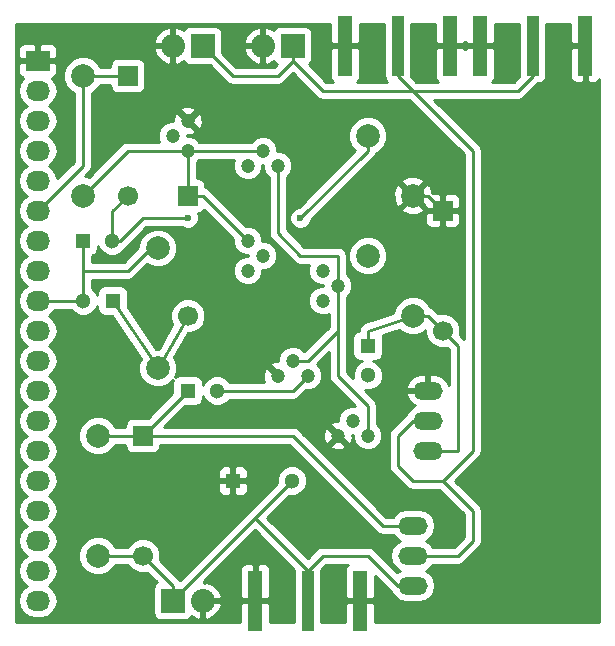
<source format=gtl>
G04 #@! TF.FileFunction,Copper,L1,Top,Signal*
%FSLAX46Y46*%
G04 Gerber Fmt 4.6, Leading zero omitted, Abs format (unit mm)*
G04 Created by KiCad (PCBNEW 4.0.4+e1-6308~48~ubuntu16.04.1-stable) date Fri Nov  4 19:41:06 2016*
%MOMM*%
%LPD*%
G01*
G04 APERTURE LIST*
%ADD10C,0.100000*%
%ADD11R,1.300000X1.300000*%
%ADD12C,1.300000*%
%ADD13R,2.032000X2.032000*%
%ADD14O,2.032000X2.032000*%
%ADD15O,2.499360X1.501140*%
%ADD16R,1.270000X5.080000*%
%ADD17R,1.016000X5.080000*%
%ADD18R,2.032000X1.727200*%
%ADD19O,2.032000X1.727200*%
%ADD20C,1.998980*%
%ADD21C,1.699260*%
%ADD22R,1.699260X1.699260*%
%ADD23C,1.200000*%
%ADD24C,0.600000*%
%ADD25C,0.250000*%
%ADD26C,0.254000*%
G04 APERTURE END LIST*
D10*
D11*
X48260000Y-101600000D03*
D12*
X45760000Y-101600000D03*
D11*
X54610000Y-109220000D03*
D12*
X57110000Y-109220000D03*
D11*
X58420000Y-116840000D03*
D12*
X63420000Y-116840000D03*
D11*
X69850000Y-105410000D03*
D12*
X69850000Y-107910000D03*
D11*
X45720000Y-96520000D03*
D12*
X48220000Y-96520000D03*
D13*
X53340000Y-127000000D03*
D14*
X55880000Y-127000000D03*
D13*
X55880000Y-80010000D03*
D14*
X53340000Y-80010000D03*
D15*
X74930000Y-111760000D03*
X74930000Y-114300000D03*
X74930000Y-109220000D03*
X73660000Y-123190000D03*
X73660000Y-120650000D03*
X73660000Y-125730000D03*
D13*
X63500000Y-80010000D03*
D14*
X60960000Y-80010000D03*
D16*
X76835000Y-80010000D03*
X67945000Y-80010000D03*
D17*
X72390000Y-80010000D03*
D16*
X60325000Y-127000000D03*
X69215000Y-127000000D03*
D17*
X64770000Y-127000000D03*
D16*
X88265000Y-80010000D03*
X79375000Y-80010000D03*
D17*
X83820000Y-80010000D03*
D18*
X41910000Y-81280000D03*
D19*
X41910000Y-83820000D03*
X41910000Y-86360000D03*
X41910000Y-88900000D03*
X41910000Y-91440000D03*
X41910000Y-93980000D03*
X41910000Y-96520000D03*
X41910000Y-99060000D03*
X41910000Y-101600000D03*
X41910000Y-104140000D03*
X41910000Y-106680000D03*
X41910000Y-109220000D03*
X41910000Y-111760000D03*
X41910000Y-114300000D03*
X41910000Y-116840000D03*
X41910000Y-119380000D03*
X41910000Y-121920000D03*
X41910000Y-124460000D03*
X41910000Y-127000000D03*
D20*
X69850000Y-87630000D03*
X69850000Y-97790000D03*
X73660000Y-92710000D03*
X73660000Y-102870000D03*
X46990000Y-113030000D03*
X46990000Y-123190000D03*
X52070000Y-107315000D03*
X52070000Y-97155000D03*
X45720000Y-82550000D03*
X45720000Y-92710000D03*
D21*
X50802540Y-123190520D03*
D22*
X50802540Y-113030520D03*
D21*
X76202540Y-104140520D03*
D22*
X76202540Y-93980520D03*
D21*
X49532540Y-92710520D03*
D22*
X49532540Y-82550520D03*
D21*
X54612540Y-102870520D03*
D22*
X54612540Y-92710520D03*
D23*
X64770000Y-107950000D03*
X63500000Y-106680000D03*
X62230000Y-107950000D03*
X66040000Y-101600000D03*
X67310000Y-100330000D03*
X66040000Y-99060000D03*
X69850000Y-113030000D03*
X68580000Y-111760000D03*
X67310000Y-113030000D03*
X62230000Y-90170000D03*
X60960000Y-88900000D03*
X59690000Y-90170000D03*
X54610000Y-86360000D03*
X53340000Y-87630000D03*
X54610000Y-88900000D03*
X59690000Y-99060000D03*
X60960000Y-97790000D03*
X59690000Y-96520000D03*
D24*
X64135000Y-94615000D03*
X54610000Y-94615000D03*
D25*
X52070000Y-107315000D02*
X52073060Y-107315000D01*
X52073060Y-107315000D02*
X54612540Y-102870520D01*
X48260000Y-101600000D02*
X52070000Y-107315000D01*
X53342540Y-87632540D02*
X53340000Y-87630000D01*
X41910000Y-101600000D02*
X45760000Y-101600000D01*
X45760000Y-99060000D02*
X49530000Y-99060000D01*
X52070000Y-96520000D02*
X52070000Y-97155000D01*
X49530000Y-99060000D02*
X52070000Y-96520000D01*
X45760000Y-101600000D02*
X45760000Y-99060000D01*
X45760000Y-99060000D02*
X45760000Y-96560000D01*
X45760000Y-96560000D02*
X45720000Y-96520000D01*
X50802540Y-113030520D02*
X63500520Y-113030520D01*
X71120000Y-120650000D02*
X73660000Y-120650000D01*
X63500520Y-113030520D02*
X71120000Y-120650000D01*
X50802540Y-113030520D02*
X50802540Y-113027460D01*
X50802540Y-113027460D02*
X54610000Y-109220000D01*
X46990000Y-113030000D02*
X50802020Y-113030000D01*
X50802020Y-113030000D02*
X50802540Y-113030520D01*
X69810000Y-107950000D02*
X69850000Y-107910000D01*
X57110000Y-109220000D02*
X63500000Y-109220000D01*
X63500000Y-109220000D02*
X64770000Y-107950000D01*
X73660000Y-92710000D02*
X74932020Y-92710000D01*
X74932020Y-92710000D02*
X76202540Y-93980520D01*
X73660000Y-125730000D02*
X72390000Y-125730000D01*
X66040000Y-123190000D02*
X64770000Y-124460000D01*
X69850000Y-123190000D02*
X66040000Y-123190000D01*
X72390000Y-125730000D02*
X69850000Y-123190000D01*
X64770000Y-124460000D02*
X64770000Y-127000000D01*
X64770000Y-124460000D02*
X60285000Y-119975000D01*
X53340000Y-127000000D02*
X53340000Y-126920000D01*
X53340000Y-126920000D02*
X60285000Y-119975000D01*
X60285000Y-119975000D02*
X63420000Y-116840000D01*
X50802540Y-123190520D02*
X46990520Y-123190520D01*
X46990520Y-123190520D02*
X46990000Y-123190000D01*
X53340000Y-127000000D02*
X53340000Y-125727980D01*
X53340000Y-125727980D02*
X50802540Y-123190520D01*
X76202540Y-104140520D02*
X76202540Y-104142540D01*
X76202540Y-104142540D02*
X77470000Y-105410000D01*
X77470000Y-114300000D02*
X74930000Y-114300000D01*
X77470000Y-105410000D02*
X77470000Y-114300000D01*
X73660000Y-102870000D02*
X74932020Y-102870000D01*
X74932020Y-102870000D02*
X76202540Y-104140520D01*
X69850000Y-105410000D02*
X69850000Y-104140000D01*
X69850000Y-104140000D02*
X73660000Y-102870000D01*
X69850000Y-87630000D02*
X69850000Y-88900000D01*
X69850000Y-88900000D02*
X64135000Y-94615000D01*
X48895000Y-96520000D02*
X48220000Y-96520000D01*
X50800000Y-94615000D02*
X48895000Y-96520000D01*
X54610000Y-94615000D02*
X50800000Y-94615000D01*
X48220000Y-96520000D02*
X48220000Y-94023060D01*
X48220000Y-94023060D02*
X49532540Y-92710520D01*
X54610000Y-88900000D02*
X60960000Y-88900000D01*
X45720000Y-92710000D02*
X49530000Y-88900000D01*
X49530000Y-88900000D02*
X54610000Y-88900000D01*
X54612540Y-92710520D02*
X54612540Y-88902540D01*
X54612540Y-88902540D02*
X54610000Y-88900000D01*
X54612540Y-92710520D02*
X55880520Y-92710520D01*
X55880520Y-92710520D02*
X59690000Y-96520000D01*
X41910000Y-93980000D02*
X45720000Y-90170000D01*
X45720000Y-90170000D02*
X45720000Y-82550000D01*
X45720000Y-82550000D02*
X49532020Y-82550000D01*
X49532020Y-82550000D02*
X49532540Y-82550520D01*
X76200000Y-116840000D02*
X78740000Y-114300000D01*
X78740000Y-88900000D02*
X73660000Y-83820000D01*
X78740000Y-114300000D02*
X78740000Y-88900000D01*
X74930000Y-111760000D02*
X73660000Y-111760000D01*
X77470000Y-123190000D02*
X73660000Y-123190000D01*
X78740000Y-121920000D02*
X77470000Y-123190000D01*
X78740000Y-119380000D02*
X78740000Y-121920000D01*
X76200000Y-116840000D02*
X78740000Y-119380000D01*
X73660000Y-116840000D02*
X76200000Y-116840000D01*
X72390000Y-115570000D02*
X73660000Y-116840000D01*
X72390000Y-113030000D02*
X72390000Y-115570000D01*
X73660000Y-111760000D02*
X72390000Y-113030000D01*
X73660000Y-83820000D02*
X78740000Y-83820000D01*
X82550000Y-83820000D02*
X83820000Y-82550000D01*
X78740000Y-83820000D02*
X82550000Y-83820000D01*
X83820000Y-82550000D02*
X83820000Y-80010000D01*
X66040000Y-83820000D02*
X73660000Y-83820000D01*
X63500000Y-81280000D02*
X66040000Y-83820000D01*
X72390000Y-82550000D02*
X73660000Y-83820000D01*
X63500000Y-80010000D02*
X63500000Y-81280000D01*
X55880000Y-80010000D02*
X58420000Y-82550000D01*
X62230000Y-82550000D02*
X63500000Y-81280000D01*
X58420000Y-82550000D02*
X62230000Y-82550000D01*
X72390000Y-80010000D02*
X72390000Y-82550000D01*
X83820000Y-82550000D02*
X83820000Y-80010000D01*
X72390000Y-80010000D02*
X72390000Y-81280000D01*
X55880000Y-80010000D02*
X55880000Y-80645000D01*
X62230000Y-90170000D02*
X62230000Y-95885000D01*
X67310000Y-97790000D02*
X67310000Y-100330000D01*
X64135000Y-97790000D02*
X67310000Y-97790000D01*
X62230000Y-95885000D02*
X64135000Y-97790000D01*
X69850000Y-113030000D02*
X69850000Y-110490000D01*
X67310000Y-107950000D02*
X67310000Y-104140000D01*
X69850000Y-110490000D02*
X67310000Y-107950000D01*
X63500000Y-106680000D02*
X64770000Y-106680000D01*
X67310000Y-104140000D02*
X67310000Y-100330000D01*
X64770000Y-106680000D02*
X67310000Y-104140000D01*
D26*
G36*
X66675000Y-79724250D02*
X66833750Y-79883000D01*
X67818000Y-79883000D01*
X67818000Y-79863000D01*
X68072000Y-79863000D01*
X68072000Y-79883000D01*
X69056250Y-79883000D01*
X69215000Y-79724250D01*
X69215000Y-78180000D01*
X71234560Y-78180000D01*
X71234560Y-82550000D01*
X71278838Y-82785317D01*
X71417910Y-83001441D01*
X71503614Y-83060000D01*
X68968025Y-83060000D01*
X69118327Y-82909699D01*
X69215000Y-82676310D01*
X69215000Y-80295750D01*
X69056250Y-80137000D01*
X68072000Y-80137000D01*
X68072000Y-80157000D01*
X67818000Y-80157000D01*
X67818000Y-80137000D01*
X66833750Y-80137000D01*
X66675000Y-80295750D01*
X66675000Y-82676310D01*
X66771673Y-82909699D01*
X66921975Y-83060000D01*
X66354802Y-83060000D01*
X64856366Y-81561564D01*
X64967441Y-81490090D01*
X65112431Y-81277890D01*
X65163440Y-81026000D01*
X65163440Y-78994000D01*
X65119162Y-78758683D01*
X64980090Y-78542559D01*
X64767890Y-78397569D01*
X64516000Y-78346560D01*
X62484000Y-78346560D01*
X62248683Y-78390838D01*
X62032559Y-78529910D01*
X61932144Y-78676872D01*
X61928379Y-78672812D01*
X61342946Y-78404017D01*
X61087000Y-78522633D01*
X61087000Y-79883000D01*
X61107000Y-79883000D01*
X61107000Y-80137000D01*
X61087000Y-80137000D01*
X61087000Y-81497367D01*
X61342946Y-81615983D01*
X61928379Y-81347188D01*
X61932934Y-81342276D01*
X62019910Y-81477441D01*
X62143388Y-81561810D01*
X61915198Y-81790000D01*
X58734802Y-81790000D01*
X57543440Y-80598638D01*
X57543440Y-80392944D01*
X59354025Y-80392944D01*
X59553615Y-80874818D01*
X59991621Y-81347188D01*
X60577054Y-81615983D01*
X60833000Y-81497367D01*
X60833000Y-80137000D01*
X59473164Y-80137000D01*
X59354025Y-80392944D01*
X57543440Y-80392944D01*
X57543440Y-79627056D01*
X59354025Y-79627056D01*
X59473164Y-79883000D01*
X60833000Y-79883000D01*
X60833000Y-78522633D01*
X60577054Y-78404017D01*
X59991621Y-78672812D01*
X59553615Y-79145182D01*
X59354025Y-79627056D01*
X57543440Y-79627056D01*
X57543440Y-78994000D01*
X57499162Y-78758683D01*
X57360090Y-78542559D01*
X57147890Y-78397569D01*
X56896000Y-78346560D01*
X54864000Y-78346560D01*
X54628683Y-78390838D01*
X54412559Y-78529910D01*
X54312144Y-78676872D01*
X54308379Y-78672812D01*
X53722946Y-78404017D01*
X53467000Y-78522633D01*
X53467000Y-79883000D01*
X53487000Y-79883000D01*
X53487000Y-80137000D01*
X53467000Y-80137000D01*
X53467000Y-81497367D01*
X53722946Y-81615983D01*
X54308379Y-81347188D01*
X54312934Y-81342276D01*
X54399910Y-81477441D01*
X54612110Y-81622431D01*
X54864000Y-81673440D01*
X56468638Y-81673440D01*
X57882599Y-83087401D01*
X58129160Y-83252148D01*
X58177414Y-83261746D01*
X58420000Y-83310000D01*
X62230000Y-83310000D01*
X62520839Y-83252148D01*
X62767401Y-83087401D01*
X63500000Y-82354802D01*
X65502599Y-84357401D01*
X65749160Y-84522148D01*
X65797414Y-84531746D01*
X66040000Y-84580000D01*
X73345198Y-84580000D01*
X77980000Y-89214802D01*
X77980000Y-104845198D01*
X77653175Y-104518373D01*
X77686912Y-104437127D01*
X77687428Y-103846504D01*
X77461882Y-103300643D01*
X77044614Y-102882646D01*
X76499147Y-102656148D01*
X75908524Y-102655632D01*
X75826391Y-102689569D01*
X75469421Y-102332599D01*
X75222859Y-102167852D01*
X75130837Y-102149547D01*
X75046462Y-101945345D01*
X74587073Y-101485154D01*
X73986547Y-101235794D01*
X73336306Y-101235226D01*
X72735345Y-101483538D01*
X72275154Y-101942927D01*
X72025794Y-102543453D01*
X72025733Y-102613646D01*
X69609667Y-103419001D01*
X69585943Y-103432525D01*
X69559161Y-103437852D01*
X69457878Y-103505527D01*
X69352047Y-103565855D01*
X69335304Y-103587428D01*
X69312599Y-103602599D01*
X69244921Y-103703887D01*
X69170236Y-103800118D01*
X69163024Y-103826455D01*
X69147852Y-103849161D01*
X69124085Y-103968644D01*
X69091913Y-104086125D01*
X69095328Y-104113215D01*
X69091393Y-104132996D01*
X68964683Y-104156838D01*
X68748559Y-104295910D01*
X68603569Y-104508110D01*
X68552560Y-104760000D01*
X68552560Y-106060000D01*
X68596838Y-106295317D01*
X68735910Y-106511441D01*
X68948110Y-106656431D01*
X69200000Y-106707440D01*
X69395460Y-106707440D01*
X69123057Y-106819995D01*
X68761265Y-107181155D01*
X68565223Y-107653276D01*
X68564807Y-108130005D01*
X68070000Y-107635198D01*
X68070000Y-101316356D01*
X68356371Y-101030485D01*
X68544785Y-100576734D01*
X68545214Y-100085421D01*
X68357592Y-99631343D01*
X68070000Y-99343248D01*
X68070000Y-98113694D01*
X68215226Y-98113694D01*
X68463538Y-98714655D01*
X68922927Y-99174846D01*
X69523453Y-99424206D01*
X70173694Y-99424774D01*
X70774655Y-99176462D01*
X71234846Y-98717073D01*
X71484206Y-98116547D01*
X71484774Y-97466306D01*
X71236462Y-96865345D01*
X70777073Y-96405154D01*
X70176547Y-96155794D01*
X69526306Y-96155226D01*
X68925345Y-96403538D01*
X68465154Y-96862927D01*
X68215794Y-97463453D01*
X68215226Y-98113694D01*
X68070000Y-98113694D01*
X68070000Y-97790000D01*
X68012148Y-97499161D01*
X67847401Y-97252599D01*
X67600839Y-97087852D01*
X67310000Y-97030000D01*
X64449802Y-97030000D01*
X62990000Y-95570198D01*
X62990000Y-94800167D01*
X63199838Y-94800167D01*
X63341883Y-95143943D01*
X63604673Y-95407192D01*
X63948201Y-95549838D01*
X64320167Y-95550162D01*
X64663943Y-95408117D01*
X64927192Y-95145327D01*
X65069838Y-94801799D01*
X65069879Y-94754923D01*
X65962639Y-93862163D01*
X72687443Y-93862163D01*
X72786042Y-94128965D01*
X73395582Y-94355401D01*
X74045377Y-94331341D01*
X74202472Y-94266270D01*
X74717910Y-94266270D01*
X74717910Y-94956459D01*
X74814583Y-95189848D01*
X74993211Y-95368477D01*
X75226600Y-95465150D01*
X75916790Y-95465150D01*
X76075540Y-95306400D01*
X76075540Y-94107520D01*
X76329540Y-94107520D01*
X76329540Y-95306400D01*
X76488290Y-95465150D01*
X77178480Y-95465150D01*
X77411869Y-95368477D01*
X77590497Y-95189848D01*
X77687170Y-94956459D01*
X77687170Y-94266270D01*
X77528420Y-94107520D01*
X76329540Y-94107520D01*
X76075540Y-94107520D01*
X74876660Y-94107520D01*
X74717910Y-94266270D01*
X74202472Y-94266270D01*
X74533958Y-94128965D01*
X74632557Y-93862163D01*
X73660000Y-92889605D01*
X72687443Y-93862163D01*
X65962639Y-93862163D01*
X67379220Y-92445582D01*
X72014599Y-92445582D01*
X72038659Y-93095377D01*
X72241035Y-93583958D01*
X72507837Y-93682557D01*
X73480395Y-92710000D01*
X73839605Y-92710000D01*
X74717910Y-93588304D01*
X74717910Y-93694770D01*
X74876660Y-93853520D01*
X76075540Y-93853520D01*
X76075540Y-92654640D01*
X76329540Y-92654640D01*
X76329540Y-93853520D01*
X77528420Y-93853520D01*
X77687170Y-93694770D01*
X77687170Y-93004581D01*
X77590497Y-92771192D01*
X77411869Y-92592563D01*
X77178480Y-92495890D01*
X76488290Y-92495890D01*
X76329540Y-92654640D01*
X76075540Y-92654640D01*
X75916790Y-92495890D01*
X75287683Y-92495890D01*
X75281341Y-92324623D01*
X75078965Y-91836042D01*
X74812163Y-91737443D01*
X73839605Y-92710000D01*
X73480395Y-92710000D01*
X72507837Y-91737443D01*
X72241035Y-91836042D01*
X72014599Y-92445582D01*
X67379220Y-92445582D01*
X68266965Y-91557837D01*
X72687443Y-91557837D01*
X73660000Y-92530395D01*
X74632557Y-91557837D01*
X74533958Y-91291035D01*
X73924418Y-91064599D01*
X73274623Y-91088659D01*
X72786042Y-91291035D01*
X72687443Y-91557837D01*
X68266965Y-91557837D01*
X70387402Y-89437401D01*
X70552148Y-89190839D01*
X70570015Y-89101018D01*
X70774655Y-89016462D01*
X71234846Y-88557073D01*
X71484206Y-87956547D01*
X71484774Y-87306306D01*
X71236462Y-86705345D01*
X70777073Y-86245154D01*
X70176547Y-85995794D01*
X69526306Y-85995226D01*
X68925345Y-86243538D01*
X68465154Y-86702927D01*
X68215794Y-87303453D01*
X68215226Y-87953694D01*
X68463538Y-88554655D01*
X68791754Y-88883444D01*
X63995320Y-93679878D01*
X63949833Y-93679838D01*
X63606057Y-93821883D01*
X63342808Y-94084673D01*
X63200162Y-94428201D01*
X63199838Y-94800167D01*
X62990000Y-94800167D01*
X62990000Y-91156356D01*
X63276371Y-90870485D01*
X63464785Y-90416734D01*
X63465214Y-89925421D01*
X63277592Y-89471343D01*
X62930485Y-89123629D01*
X62476734Y-88935215D01*
X62194970Y-88934969D01*
X62195214Y-88655421D01*
X62007592Y-88201343D01*
X61660485Y-87853629D01*
X61206734Y-87665215D01*
X60715421Y-87664786D01*
X60261343Y-87852408D01*
X59973248Y-88140000D01*
X55596356Y-88140000D01*
X55310485Y-87853629D01*
X54856734Y-87665215D01*
X54574970Y-87664969D01*
X54575027Y-87599521D01*
X54931413Y-87577482D01*
X55243617Y-87448164D01*
X55293130Y-87222735D01*
X54610000Y-86539605D01*
X54595858Y-86553748D01*
X54416253Y-86374143D01*
X54430395Y-86360000D01*
X54789605Y-86360000D01*
X55472735Y-87043130D01*
X55698164Y-86993617D01*
X55857807Y-86528964D01*
X55827482Y-86038587D01*
X55698164Y-85726383D01*
X55472735Y-85676870D01*
X54789605Y-86360000D01*
X54430395Y-86360000D01*
X53747265Y-85676870D01*
X53521836Y-85726383D01*
X53362193Y-86191036D01*
X53374808Y-86395030D01*
X53095421Y-86394786D01*
X52641343Y-86582408D01*
X52293629Y-86929515D01*
X52105215Y-87383266D01*
X52104786Y-87874579D01*
X52214456Y-88140000D01*
X49530000Y-88140000D01*
X49239161Y-88197852D01*
X48992599Y-88362599D01*
X46211083Y-91144115D01*
X46046547Y-91075794D01*
X45889145Y-91075657D01*
X46257401Y-90707401D01*
X46422148Y-90460839D01*
X46480000Y-90170000D01*
X46480000Y-85497265D01*
X53926870Y-85497265D01*
X54610000Y-86180395D01*
X55293130Y-85497265D01*
X55243617Y-85271836D01*
X54778964Y-85112193D01*
X54288587Y-85142518D01*
X53976383Y-85271836D01*
X53926870Y-85497265D01*
X46480000Y-85497265D01*
X46480000Y-84004496D01*
X46644655Y-83936462D01*
X47104846Y-83477073D01*
X47174221Y-83310000D01*
X48035470Y-83310000D01*
X48035470Y-83400150D01*
X48079748Y-83635467D01*
X48218820Y-83851591D01*
X48431020Y-83996581D01*
X48682910Y-84047590D01*
X50382170Y-84047590D01*
X50617487Y-84003312D01*
X50833611Y-83864240D01*
X50978601Y-83652040D01*
X51029610Y-83400150D01*
X51029610Y-81700890D01*
X50985332Y-81465573D01*
X50846260Y-81249449D01*
X50634060Y-81104459D01*
X50382170Y-81053450D01*
X48682910Y-81053450D01*
X48447593Y-81097728D01*
X48231469Y-81236800D01*
X48086479Y-81449000D01*
X48035470Y-81700890D01*
X48035470Y-81790000D01*
X47174496Y-81790000D01*
X47106462Y-81625345D01*
X46647073Y-81165154D01*
X46046547Y-80915794D01*
X45396306Y-80915226D01*
X44795345Y-81163538D01*
X44335154Y-81622927D01*
X44085794Y-82223453D01*
X44085226Y-82873694D01*
X44333538Y-83474655D01*
X44792927Y-83934846D01*
X44960000Y-84004221D01*
X44960000Y-89855198D01*
X43557152Y-91258046D01*
X43479271Y-90866511D01*
X43154415Y-90380330D01*
X42839634Y-90170000D01*
X43154415Y-89959670D01*
X43479271Y-89473489D01*
X43593345Y-88900000D01*
X43479271Y-88326511D01*
X43154415Y-87840330D01*
X42839634Y-87630000D01*
X43154415Y-87419670D01*
X43479271Y-86933489D01*
X43593345Y-86360000D01*
X43479271Y-85786511D01*
X43154415Y-85300330D01*
X42839634Y-85090000D01*
X43154415Y-84879670D01*
X43479271Y-84393489D01*
X43593345Y-83820000D01*
X43479271Y-83246511D01*
X43154415Y-82760330D01*
X43132220Y-82745500D01*
X43285699Y-82681927D01*
X43464327Y-82503298D01*
X43561000Y-82269909D01*
X43561000Y-81565750D01*
X43402250Y-81407000D01*
X42037000Y-81407000D01*
X42037000Y-81427000D01*
X41783000Y-81427000D01*
X41783000Y-81407000D01*
X40417750Y-81407000D01*
X40259000Y-81565750D01*
X40259000Y-82269909D01*
X40355673Y-82503298D01*
X40534301Y-82681927D01*
X40687780Y-82745500D01*
X40665585Y-82760330D01*
X40340729Y-83246511D01*
X40226655Y-83820000D01*
X40340729Y-84393489D01*
X40665585Y-84879670D01*
X40980366Y-85090000D01*
X40665585Y-85300330D01*
X40340729Y-85786511D01*
X40226655Y-86360000D01*
X40340729Y-86933489D01*
X40665585Y-87419670D01*
X40980366Y-87630000D01*
X40665585Y-87840330D01*
X40340729Y-88326511D01*
X40226655Y-88900000D01*
X40340729Y-89473489D01*
X40665585Y-89959670D01*
X40980366Y-90170000D01*
X40665585Y-90380330D01*
X40340729Y-90866511D01*
X40226655Y-91440000D01*
X40340729Y-92013489D01*
X40665585Y-92499670D01*
X40980366Y-92710000D01*
X40665585Y-92920330D01*
X40340729Y-93406511D01*
X40226655Y-93980000D01*
X40340729Y-94553489D01*
X40665585Y-95039670D01*
X40980366Y-95250000D01*
X40665585Y-95460330D01*
X40340729Y-95946511D01*
X40226655Y-96520000D01*
X40340729Y-97093489D01*
X40665585Y-97579670D01*
X40980366Y-97790000D01*
X40665585Y-98000330D01*
X40340729Y-98486511D01*
X40226655Y-99060000D01*
X40340729Y-99633489D01*
X40665585Y-100119670D01*
X40980366Y-100330000D01*
X40665585Y-100540330D01*
X40340729Y-101026511D01*
X40226655Y-101600000D01*
X40340729Y-102173489D01*
X40665585Y-102659670D01*
X40980366Y-102870000D01*
X40665585Y-103080330D01*
X40340729Y-103566511D01*
X40226655Y-104140000D01*
X40340729Y-104713489D01*
X40665585Y-105199670D01*
X40980366Y-105410000D01*
X40665585Y-105620330D01*
X40340729Y-106106511D01*
X40226655Y-106680000D01*
X40340729Y-107253489D01*
X40665585Y-107739670D01*
X40980366Y-107950000D01*
X40665585Y-108160330D01*
X40340729Y-108646511D01*
X40226655Y-109220000D01*
X40340729Y-109793489D01*
X40665585Y-110279670D01*
X40980366Y-110490000D01*
X40665585Y-110700330D01*
X40340729Y-111186511D01*
X40226655Y-111760000D01*
X40340729Y-112333489D01*
X40665585Y-112819670D01*
X40980366Y-113030000D01*
X40665585Y-113240330D01*
X40340729Y-113726511D01*
X40226655Y-114300000D01*
X40340729Y-114873489D01*
X40665585Y-115359670D01*
X40980366Y-115570000D01*
X40665585Y-115780330D01*
X40340729Y-116266511D01*
X40226655Y-116840000D01*
X40340729Y-117413489D01*
X40665585Y-117899670D01*
X40980366Y-118110000D01*
X40665585Y-118320330D01*
X40340729Y-118806511D01*
X40226655Y-119380000D01*
X40340729Y-119953489D01*
X40665585Y-120439670D01*
X40980366Y-120650000D01*
X40665585Y-120860330D01*
X40340729Y-121346511D01*
X40226655Y-121920000D01*
X40340729Y-122493489D01*
X40665585Y-122979670D01*
X40980366Y-123190000D01*
X40665585Y-123400330D01*
X40340729Y-123886511D01*
X40226655Y-124460000D01*
X40340729Y-125033489D01*
X40665585Y-125519670D01*
X40980366Y-125730000D01*
X40665585Y-125940330D01*
X40340729Y-126426511D01*
X40226655Y-127000000D01*
X40340729Y-127573489D01*
X40665585Y-128059670D01*
X41151766Y-128384526D01*
X41725255Y-128498600D01*
X42094745Y-128498600D01*
X42668234Y-128384526D01*
X43154415Y-128059670D01*
X43479271Y-127573489D01*
X43593345Y-127000000D01*
X43479271Y-126426511D01*
X43154415Y-125940330D01*
X42839634Y-125730000D01*
X43154415Y-125519670D01*
X43479271Y-125033489D01*
X43593345Y-124460000D01*
X43479271Y-123886511D01*
X43154415Y-123400330D01*
X42839634Y-123190000D01*
X43154415Y-122979670D01*
X43479271Y-122493489D01*
X43593345Y-121920000D01*
X43479271Y-121346511D01*
X43154415Y-120860330D01*
X42839634Y-120650000D01*
X43154415Y-120439670D01*
X43479271Y-119953489D01*
X43593345Y-119380000D01*
X43479271Y-118806511D01*
X43154415Y-118320330D01*
X42839634Y-118110000D01*
X43154415Y-117899670D01*
X43479271Y-117413489D01*
X43536505Y-117125750D01*
X57135000Y-117125750D01*
X57135000Y-117616310D01*
X57231673Y-117849699D01*
X57410302Y-118028327D01*
X57643691Y-118125000D01*
X58134250Y-118125000D01*
X58293000Y-117966250D01*
X58293000Y-116967000D01*
X58547000Y-116967000D01*
X58547000Y-117966250D01*
X58705750Y-118125000D01*
X59196309Y-118125000D01*
X59429698Y-118028327D01*
X59608327Y-117849699D01*
X59705000Y-117616310D01*
X59705000Y-117125750D01*
X59546250Y-116967000D01*
X58547000Y-116967000D01*
X58293000Y-116967000D01*
X57293750Y-116967000D01*
X57135000Y-117125750D01*
X43536505Y-117125750D01*
X43593345Y-116840000D01*
X43479271Y-116266511D01*
X43343751Y-116063690D01*
X57135000Y-116063690D01*
X57135000Y-116554250D01*
X57293750Y-116713000D01*
X58293000Y-116713000D01*
X58293000Y-115713750D01*
X58547000Y-115713750D01*
X58547000Y-116713000D01*
X59546250Y-116713000D01*
X59705000Y-116554250D01*
X59705000Y-116063690D01*
X59608327Y-115830301D01*
X59429698Y-115651673D01*
X59196309Y-115555000D01*
X58705750Y-115555000D01*
X58547000Y-115713750D01*
X58293000Y-115713750D01*
X58134250Y-115555000D01*
X57643691Y-115555000D01*
X57410302Y-115651673D01*
X57231673Y-115830301D01*
X57135000Y-116063690D01*
X43343751Y-116063690D01*
X43154415Y-115780330D01*
X42839634Y-115570000D01*
X43154415Y-115359670D01*
X43479271Y-114873489D01*
X43593345Y-114300000D01*
X43479271Y-113726511D01*
X43154415Y-113240330D01*
X42839634Y-113030000D01*
X43154415Y-112819670D01*
X43479271Y-112333489D01*
X43593345Y-111760000D01*
X43479271Y-111186511D01*
X43154415Y-110700330D01*
X42839634Y-110490000D01*
X43154415Y-110279670D01*
X43479271Y-109793489D01*
X43593345Y-109220000D01*
X43479271Y-108646511D01*
X43154415Y-108160330D01*
X42839634Y-107950000D01*
X43154415Y-107739670D01*
X43479271Y-107253489D01*
X43593345Y-106680000D01*
X43479271Y-106106511D01*
X43154415Y-105620330D01*
X42839634Y-105410000D01*
X43154415Y-105199670D01*
X43479271Y-104713489D01*
X43593345Y-104140000D01*
X43479271Y-103566511D01*
X43154415Y-103080330D01*
X42839634Y-102870000D01*
X43154415Y-102659670D01*
X43354648Y-102360000D01*
X44702994Y-102360000D01*
X45031155Y-102688735D01*
X45503276Y-102884777D01*
X46014481Y-102885223D01*
X46486943Y-102690005D01*
X46848735Y-102328845D01*
X46962560Y-102054724D01*
X46962560Y-102250000D01*
X47006838Y-102485317D01*
X47145910Y-102701441D01*
X47358110Y-102846431D01*
X47610000Y-102897440D01*
X48211554Y-102897440D01*
X50628885Y-106523437D01*
X50435794Y-106988453D01*
X50435226Y-107638694D01*
X50683538Y-108239655D01*
X51142927Y-108699846D01*
X51743453Y-108949206D01*
X52393694Y-108949774D01*
X52994655Y-108701462D01*
X53359741Y-108337012D01*
X53312560Y-108570000D01*
X53312560Y-109442638D01*
X51221748Y-111533450D01*
X49952910Y-111533450D01*
X49717593Y-111577728D01*
X49501469Y-111716800D01*
X49356479Y-111929000D01*
X49305470Y-112180890D01*
X49305470Y-112270000D01*
X48444496Y-112270000D01*
X48376462Y-112105345D01*
X47917073Y-111645154D01*
X47316547Y-111395794D01*
X46666306Y-111395226D01*
X46065345Y-111643538D01*
X45605154Y-112102927D01*
X45355794Y-112703453D01*
X45355226Y-113353694D01*
X45603538Y-113954655D01*
X46062927Y-114414846D01*
X46663453Y-114664206D01*
X47313694Y-114664774D01*
X47914655Y-114416462D01*
X48374846Y-113957073D01*
X48444221Y-113790000D01*
X49305470Y-113790000D01*
X49305470Y-113880150D01*
X49349748Y-114115467D01*
X49488820Y-114331591D01*
X49701020Y-114476581D01*
X49952910Y-114527590D01*
X51652170Y-114527590D01*
X51887487Y-114483312D01*
X52103611Y-114344240D01*
X52248601Y-114132040D01*
X52299610Y-113880150D01*
X52299610Y-113790520D01*
X63185718Y-113790520D01*
X70582599Y-121187401D01*
X70829161Y-121352148D01*
X71120000Y-121410000D01*
X71997391Y-121410000D01*
X72144221Y-121629746D01*
X72578616Y-121920000D01*
X72144221Y-122210254D01*
X71843867Y-122659765D01*
X71738397Y-123190000D01*
X71843867Y-123720235D01*
X72144221Y-124169746D01*
X72578616Y-124460000D01*
X72348537Y-124613735D01*
X70387401Y-122652599D01*
X70140839Y-122487852D01*
X69850000Y-122430000D01*
X66040000Y-122430000D01*
X65749160Y-122487852D01*
X65502599Y-122652599D01*
X64770000Y-123385198D01*
X61359802Y-119975000D01*
X63209984Y-118124818D01*
X63674481Y-118125223D01*
X64146943Y-117930005D01*
X64508735Y-117568845D01*
X64704777Y-117096724D01*
X64705223Y-116585519D01*
X64510005Y-116113057D01*
X64148845Y-115751265D01*
X63676724Y-115555223D01*
X63165519Y-115554777D01*
X62693057Y-115749995D01*
X62331265Y-116111155D01*
X62135223Y-116583276D01*
X62134815Y-117050383D01*
X53924352Y-125260846D01*
X53877401Y-125190579D01*
X52253768Y-123566946D01*
X52286912Y-123487127D01*
X52287428Y-122896504D01*
X52061882Y-122350643D01*
X51644614Y-121932646D01*
X51099147Y-121706148D01*
X50508524Y-121705632D01*
X49962663Y-121931178D01*
X49544666Y-122348446D01*
X49510586Y-122430520D01*
X48444711Y-122430520D01*
X48376462Y-122265345D01*
X47917073Y-121805154D01*
X47316547Y-121555794D01*
X46666306Y-121555226D01*
X46065345Y-121803538D01*
X45605154Y-122262927D01*
X45355794Y-122863453D01*
X45355226Y-123513694D01*
X45603538Y-124114655D01*
X46062927Y-124574846D01*
X46663453Y-124824206D01*
X47313694Y-124824774D01*
X47914655Y-124576462D01*
X48374846Y-124117073D01*
X48444005Y-123950520D01*
X49510193Y-123950520D01*
X49543198Y-124030397D01*
X49960466Y-124448394D01*
X50505933Y-124674892D01*
X51096556Y-124675408D01*
X51178689Y-124641471D01*
X51984863Y-125447645D01*
X51872559Y-125519910D01*
X51727569Y-125732110D01*
X51676560Y-125984000D01*
X51676560Y-128016000D01*
X51720838Y-128251317D01*
X51859910Y-128467441D01*
X52072110Y-128612431D01*
X52324000Y-128663440D01*
X54356000Y-128663440D01*
X54591317Y-128619162D01*
X54807441Y-128480090D01*
X54907856Y-128333128D01*
X54911621Y-128337188D01*
X55497054Y-128605983D01*
X55753000Y-128487367D01*
X55753000Y-127127000D01*
X56007000Y-127127000D01*
X56007000Y-128487367D01*
X56262946Y-128605983D01*
X56848379Y-128337188D01*
X57286385Y-127864818D01*
X57485975Y-127382944D01*
X57366836Y-127127000D01*
X56007000Y-127127000D01*
X55753000Y-127127000D01*
X55733000Y-127127000D01*
X55733000Y-126873000D01*
X55753000Y-126873000D01*
X55753000Y-126853000D01*
X56007000Y-126853000D01*
X56007000Y-126873000D01*
X57366836Y-126873000D01*
X57485975Y-126617056D01*
X57286385Y-126135182D01*
X56848379Y-125662812D01*
X56262946Y-125394017D01*
X56007002Y-125512632D01*
X56007002Y-125349000D01*
X55985802Y-125349000D01*
X57001112Y-124333690D01*
X59055000Y-124333690D01*
X59055000Y-126714250D01*
X59213750Y-126873000D01*
X60198000Y-126873000D01*
X60198000Y-123983750D01*
X60452000Y-123983750D01*
X60452000Y-126873000D01*
X61436250Y-126873000D01*
X61595000Y-126714250D01*
X61595000Y-124333690D01*
X61498327Y-124100301D01*
X61319698Y-123921673D01*
X61086309Y-123825000D01*
X60610750Y-123825000D01*
X60452000Y-123983750D01*
X60198000Y-123983750D01*
X60039250Y-123825000D01*
X59563691Y-123825000D01*
X59330302Y-123921673D01*
X59151673Y-124100301D01*
X59055000Y-124333690D01*
X57001112Y-124333690D01*
X60285000Y-121049802D01*
X63628140Y-124392942D01*
X63614560Y-124460000D01*
X63614560Y-128830000D01*
X61595000Y-128830000D01*
X61595000Y-127285750D01*
X61436250Y-127127000D01*
X60452000Y-127127000D01*
X60452000Y-127147000D01*
X60198000Y-127147000D01*
X60198000Y-127127000D01*
X59213750Y-127127000D01*
X59055000Y-127285750D01*
X59055000Y-128830000D01*
X40080000Y-128830000D01*
X40080000Y-80290091D01*
X40259000Y-80290091D01*
X40259000Y-80994250D01*
X40417750Y-81153000D01*
X41783000Y-81153000D01*
X41783000Y-79940150D01*
X42037000Y-79940150D01*
X42037000Y-81153000D01*
X43402250Y-81153000D01*
X43561000Y-80994250D01*
X43561000Y-80392944D01*
X51734025Y-80392944D01*
X51933615Y-80874818D01*
X52371621Y-81347188D01*
X52957054Y-81615983D01*
X53213000Y-81497367D01*
X53213000Y-80137000D01*
X51853164Y-80137000D01*
X51734025Y-80392944D01*
X43561000Y-80392944D01*
X43561000Y-80290091D01*
X43464327Y-80056702D01*
X43285699Y-79878073D01*
X43052310Y-79781400D01*
X42195750Y-79781400D01*
X42037000Y-79940150D01*
X41783000Y-79940150D01*
X41624250Y-79781400D01*
X40767690Y-79781400D01*
X40534301Y-79878073D01*
X40355673Y-80056702D01*
X40259000Y-80290091D01*
X40080000Y-80290091D01*
X40080000Y-79627056D01*
X51734025Y-79627056D01*
X51853164Y-79883000D01*
X53213000Y-79883000D01*
X53213000Y-78522633D01*
X52957054Y-78404017D01*
X52371621Y-78672812D01*
X51933615Y-79145182D01*
X51734025Y-79627056D01*
X40080000Y-79627056D01*
X40080000Y-78180000D01*
X66675000Y-78180000D01*
X66675000Y-79724250D01*
X66675000Y-79724250D01*
G37*
X66675000Y-79724250D02*
X66833750Y-79883000D01*
X67818000Y-79883000D01*
X67818000Y-79863000D01*
X68072000Y-79863000D01*
X68072000Y-79883000D01*
X69056250Y-79883000D01*
X69215000Y-79724250D01*
X69215000Y-78180000D01*
X71234560Y-78180000D01*
X71234560Y-82550000D01*
X71278838Y-82785317D01*
X71417910Y-83001441D01*
X71503614Y-83060000D01*
X68968025Y-83060000D01*
X69118327Y-82909699D01*
X69215000Y-82676310D01*
X69215000Y-80295750D01*
X69056250Y-80137000D01*
X68072000Y-80137000D01*
X68072000Y-80157000D01*
X67818000Y-80157000D01*
X67818000Y-80137000D01*
X66833750Y-80137000D01*
X66675000Y-80295750D01*
X66675000Y-82676310D01*
X66771673Y-82909699D01*
X66921975Y-83060000D01*
X66354802Y-83060000D01*
X64856366Y-81561564D01*
X64967441Y-81490090D01*
X65112431Y-81277890D01*
X65163440Y-81026000D01*
X65163440Y-78994000D01*
X65119162Y-78758683D01*
X64980090Y-78542559D01*
X64767890Y-78397569D01*
X64516000Y-78346560D01*
X62484000Y-78346560D01*
X62248683Y-78390838D01*
X62032559Y-78529910D01*
X61932144Y-78676872D01*
X61928379Y-78672812D01*
X61342946Y-78404017D01*
X61087000Y-78522633D01*
X61087000Y-79883000D01*
X61107000Y-79883000D01*
X61107000Y-80137000D01*
X61087000Y-80137000D01*
X61087000Y-81497367D01*
X61342946Y-81615983D01*
X61928379Y-81347188D01*
X61932934Y-81342276D01*
X62019910Y-81477441D01*
X62143388Y-81561810D01*
X61915198Y-81790000D01*
X58734802Y-81790000D01*
X57543440Y-80598638D01*
X57543440Y-80392944D01*
X59354025Y-80392944D01*
X59553615Y-80874818D01*
X59991621Y-81347188D01*
X60577054Y-81615983D01*
X60833000Y-81497367D01*
X60833000Y-80137000D01*
X59473164Y-80137000D01*
X59354025Y-80392944D01*
X57543440Y-80392944D01*
X57543440Y-79627056D01*
X59354025Y-79627056D01*
X59473164Y-79883000D01*
X60833000Y-79883000D01*
X60833000Y-78522633D01*
X60577054Y-78404017D01*
X59991621Y-78672812D01*
X59553615Y-79145182D01*
X59354025Y-79627056D01*
X57543440Y-79627056D01*
X57543440Y-78994000D01*
X57499162Y-78758683D01*
X57360090Y-78542559D01*
X57147890Y-78397569D01*
X56896000Y-78346560D01*
X54864000Y-78346560D01*
X54628683Y-78390838D01*
X54412559Y-78529910D01*
X54312144Y-78676872D01*
X54308379Y-78672812D01*
X53722946Y-78404017D01*
X53467000Y-78522633D01*
X53467000Y-79883000D01*
X53487000Y-79883000D01*
X53487000Y-80137000D01*
X53467000Y-80137000D01*
X53467000Y-81497367D01*
X53722946Y-81615983D01*
X54308379Y-81347188D01*
X54312934Y-81342276D01*
X54399910Y-81477441D01*
X54612110Y-81622431D01*
X54864000Y-81673440D01*
X56468638Y-81673440D01*
X57882599Y-83087401D01*
X58129160Y-83252148D01*
X58177414Y-83261746D01*
X58420000Y-83310000D01*
X62230000Y-83310000D01*
X62520839Y-83252148D01*
X62767401Y-83087401D01*
X63500000Y-82354802D01*
X65502599Y-84357401D01*
X65749160Y-84522148D01*
X65797414Y-84531746D01*
X66040000Y-84580000D01*
X73345198Y-84580000D01*
X77980000Y-89214802D01*
X77980000Y-104845198D01*
X77653175Y-104518373D01*
X77686912Y-104437127D01*
X77687428Y-103846504D01*
X77461882Y-103300643D01*
X77044614Y-102882646D01*
X76499147Y-102656148D01*
X75908524Y-102655632D01*
X75826391Y-102689569D01*
X75469421Y-102332599D01*
X75222859Y-102167852D01*
X75130837Y-102149547D01*
X75046462Y-101945345D01*
X74587073Y-101485154D01*
X73986547Y-101235794D01*
X73336306Y-101235226D01*
X72735345Y-101483538D01*
X72275154Y-101942927D01*
X72025794Y-102543453D01*
X72025733Y-102613646D01*
X69609667Y-103419001D01*
X69585943Y-103432525D01*
X69559161Y-103437852D01*
X69457878Y-103505527D01*
X69352047Y-103565855D01*
X69335304Y-103587428D01*
X69312599Y-103602599D01*
X69244921Y-103703887D01*
X69170236Y-103800118D01*
X69163024Y-103826455D01*
X69147852Y-103849161D01*
X69124085Y-103968644D01*
X69091913Y-104086125D01*
X69095328Y-104113215D01*
X69091393Y-104132996D01*
X68964683Y-104156838D01*
X68748559Y-104295910D01*
X68603569Y-104508110D01*
X68552560Y-104760000D01*
X68552560Y-106060000D01*
X68596838Y-106295317D01*
X68735910Y-106511441D01*
X68948110Y-106656431D01*
X69200000Y-106707440D01*
X69395460Y-106707440D01*
X69123057Y-106819995D01*
X68761265Y-107181155D01*
X68565223Y-107653276D01*
X68564807Y-108130005D01*
X68070000Y-107635198D01*
X68070000Y-101316356D01*
X68356371Y-101030485D01*
X68544785Y-100576734D01*
X68545214Y-100085421D01*
X68357592Y-99631343D01*
X68070000Y-99343248D01*
X68070000Y-98113694D01*
X68215226Y-98113694D01*
X68463538Y-98714655D01*
X68922927Y-99174846D01*
X69523453Y-99424206D01*
X70173694Y-99424774D01*
X70774655Y-99176462D01*
X71234846Y-98717073D01*
X71484206Y-98116547D01*
X71484774Y-97466306D01*
X71236462Y-96865345D01*
X70777073Y-96405154D01*
X70176547Y-96155794D01*
X69526306Y-96155226D01*
X68925345Y-96403538D01*
X68465154Y-96862927D01*
X68215794Y-97463453D01*
X68215226Y-98113694D01*
X68070000Y-98113694D01*
X68070000Y-97790000D01*
X68012148Y-97499161D01*
X67847401Y-97252599D01*
X67600839Y-97087852D01*
X67310000Y-97030000D01*
X64449802Y-97030000D01*
X62990000Y-95570198D01*
X62990000Y-94800167D01*
X63199838Y-94800167D01*
X63341883Y-95143943D01*
X63604673Y-95407192D01*
X63948201Y-95549838D01*
X64320167Y-95550162D01*
X64663943Y-95408117D01*
X64927192Y-95145327D01*
X65069838Y-94801799D01*
X65069879Y-94754923D01*
X65962639Y-93862163D01*
X72687443Y-93862163D01*
X72786042Y-94128965D01*
X73395582Y-94355401D01*
X74045377Y-94331341D01*
X74202472Y-94266270D01*
X74717910Y-94266270D01*
X74717910Y-94956459D01*
X74814583Y-95189848D01*
X74993211Y-95368477D01*
X75226600Y-95465150D01*
X75916790Y-95465150D01*
X76075540Y-95306400D01*
X76075540Y-94107520D01*
X76329540Y-94107520D01*
X76329540Y-95306400D01*
X76488290Y-95465150D01*
X77178480Y-95465150D01*
X77411869Y-95368477D01*
X77590497Y-95189848D01*
X77687170Y-94956459D01*
X77687170Y-94266270D01*
X77528420Y-94107520D01*
X76329540Y-94107520D01*
X76075540Y-94107520D01*
X74876660Y-94107520D01*
X74717910Y-94266270D01*
X74202472Y-94266270D01*
X74533958Y-94128965D01*
X74632557Y-93862163D01*
X73660000Y-92889605D01*
X72687443Y-93862163D01*
X65962639Y-93862163D01*
X67379220Y-92445582D01*
X72014599Y-92445582D01*
X72038659Y-93095377D01*
X72241035Y-93583958D01*
X72507837Y-93682557D01*
X73480395Y-92710000D01*
X73839605Y-92710000D01*
X74717910Y-93588304D01*
X74717910Y-93694770D01*
X74876660Y-93853520D01*
X76075540Y-93853520D01*
X76075540Y-92654640D01*
X76329540Y-92654640D01*
X76329540Y-93853520D01*
X77528420Y-93853520D01*
X77687170Y-93694770D01*
X77687170Y-93004581D01*
X77590497Y-92771192D01*
X77411869Y-92592563D01*
X77178480Y-92495890D01*
X76488290Y-92495890D01*
X76329540Y-92654640D01*
X76075540Y-92654640D01*
X75916790Y-92495890D01*
X75287683Y-92495890D01*
X75281341Y-92324623D01*
X75078965Y-91836042D01*
X74812163Y-91737443D01*
X73839605Y-92710000D01*
X73480395Y-92710000D01*
X72507837Y-91737443D01*
X72241035Y-91836042D01*
X72014599Y-92445582D01*
X67379220Y-92445582D01*
X68266965Y-91557837D01*
X72687443Y-91557837D01*
X73660000Y-92530395D01*
X74632557Y-91557837D01*
X74533958Y-91291035D01*
X73924418Y-91064599D01*
X73274623Y-91088659D01*
X72786042Y-91291035D01*
X72687443Y-91557837D01*
X68266965Y-91557837D01*
X70387402Y-89437401D01*
X70552148Y-89190839D01*
X70570015Y-89101018D01*
X70774655Y-89016462D01*
X71234846Y-88557073D01*
X71484206Y-87956547D01*
X71484774Y-87306306D01*
X71236462Y-86705345D01*
X70777073Y-86245154D01*
X70176547Y-85995794D01*
X69526306Y-85995226D01*
X68925345Y-86243538D01*
X68465154Y-86702927D01*
X68215794Y-87303453D01*
X68215226Y-87953694D01*
X68463538Y-88554655D01*
X68791754Y-88883444D01*
X63995320Y-93679878D01*
X63949833Y-93679838D01*
X63606057Y-93821883D01*
X63342808Y-94084673D01*
X63200162Y-94428201D01*
X63199838Y-94800167D01*
X62990000Y-94800167D01*
X62990000Y-91156356D01*
X63276371Y-90870485D01*
X63464785Y-90416734D01*
X63465214Y-89925421D01*
X63277592Y-89471343D01*
X62930485Y-89123629D01*
X62476734Y-88935215D01*
X62194970Y-88934969D01*
X62195214Y-88655421D01*
X62007592Y-88201343D01*
X61660485Y-87853629D01*
X61206734Y-87665215D01*
X60715421Y-87664786D01*
X60261343Y-87852408D01*
X59973248Y-88140000D01*
X55596356Y-88140000D01*
X55310485Y-87853629D01*
X54856734Y-87665215D01*
X54574970Y-87664969D01*
X54575027Y-87599521D01*
X54931413Y-87577482D01*
X55243617Y-87448164D01*
X55293130Y-87222735D01*
X54610000Y-86539605D01*
X54595858Y-86553748D01*
X54416253Y-86374143D01*
X54430395Y-86360000D01*
X54789605Y-86360000D01*
X55472735Y-87043130D01*
X55698164Y-86993617D01*
X55857807Y-86528964D01*
X55827482Y-86038587D01*
X55698164Y-85726383D01*
X55472735Y-85676870D01*
X54789605Y-86360000D01*
X54430395Y-86360000D01*
X53747265Y-85676870D01*
X53521836Y-85726383D01*
X53362193Y-86191036D01*
X53374808Y-86395030D01*
X53095421Y-86394786D01*
X52641343Y-86582408D01*
X52293629Y-86929515D01*
X52105215Y-87383266D01*
X52104786Y-87874579D01*
X52214456Y-88140000D01*
X49530000Y-88140000D01*
X49239161Y-88197852D01*
X48992599Y-88362599D01*
X46211083Y-91144115D01*
X46046547Y-91075794D01*
X45889145Y-91075657D01*
X46257401Y-90707401D01*
X46422148Y-90460839D01*
X46480000Y-90170000D01*
X46480000Y-85497265D01*
X53926870Y-85497265D01*
X54610000Y-86180395D01*
X55293130Y-85497265D01*
X55243617Y-85271836D01*
X54778964Y-85112193D01*
X54288587Y-85142518D01*
X53976383Y-85271836D01*
X53926870Y-85497265D01*
X46480000Y-85497265D01*
X46480000Y-84004496D01*
X46644655Y-83936462D01*
X47104846Y-83477073D01*
X47174221Y-83310000D01*
X48035470Y-83310000D01*
X48035470Y-83400150D01*
X48079748Y-83635467D01*
X48218820Y-83851591D01*
X48431020Y-83996581D01*
X48682910Y-84047590D01*
X50382170Y-84047590D01*
X50617487Y-84003312D01*
X50833611Y-83864240D01*
X50978601Y-83652040D01*
X51029610Y-83400150D01*
X51029610Y-81700890D01*
X50985332Y-81465573D01*
X50846260Y-81249449D01*
X50634060Y-81104459D01*
X50382170Y-81053450D01*
X48682910Y-81053450D01*
X48447593Y-81097728D01*
X48231469Y-81236800D01*
X48086479Y-81449000D01*
X48035470Y-81700890D01*
X48035470Y-81790000D01*
X47174496Y-81790000D01*
X47106462Y-81625345D01*
X46647073Y-81165154D01*
X46046547Y-80915794D01*
X45396306Y-80915226D01*
X44795345Y-81163538D01*
X44335154Y-81622927D01*
X44085794Y-82223453D01*
X44085226Y-82873694D01*
X44333538Y-83474655D01*
X44792927Y-83934846D01*
X44960000Y-84004221D01*
X44960000Y-89855198D01*
X43557152Y-91258046D01*
X43479271Y-90866511D01*
X43154415Y-90380330D01*
X42839634Y-90170000D01*
X43154415Y-89959670D01*
X43479271Y-89473489D01*
X43593345Y-88900000D01*
X43479271Y-88326511D01*
X43154415Y-87840330D01*
X42839634Y-87630000D01*
X43154415Y-87419670D01*
X43479271Y-86933489D01*
X43593345Y-86360000D01*
X43479271Y-85786511D01*
X43154415Y-85300330D01*
X42839634Y-85090000D01*
X43154415Y-84879670D01*
X43479271Y-84393489D01*
X43593345Y-83820000D01*
X43479271Y-83246511D01*
X43154415Y-82760330D01*
X43132220Y-82745500D01*
X43285699Y-82681927D01*
X43464327Y-82503298D01*
X43561000Y-82269909D01*
X43561000Y-81565750D01*
X43402250Y-81407000D01*
X42037000Y-81407000D01*
X42037000Y-81427000D01*
X41783000Y-81427000D01*
X41783000Y-81407000D01*
X40417750Y-81407000D01*
X40259000Y-81565750D01*
X40259000Y-82269909D01*
X40355673Y-82503298D01*
X40534301Y-82681927D01*
X40687780Y-82745500D01*
X40665585Y-82760330D01*
X40340729Y-83246511D01*
X40226655Y-83820000D01*
X40340729Y-84393489D01*
X40665585Y-84879670D01*
X40980366Y-85090000D01*
X40665585Y-85300330D01*
X40340729Y-85786511D01*
X40226655Y-86360000D01*
X40340729Y-86933489D01*
X40665585Y-87419670D01*
X40980366Y-87630000D01*
X40665585Y-87840330D01*
X40340729Y-88326511D01*
X40226655Y-88900000D01*
X40340729Y-89473489D01*
X40665585Y-89959670D01*
X40980366Y-90170000D01*
X40665585Y-90380330D01*
X40340729Y-90866511D01*
X40226655Y-91440000D01*
X40340729Y-92013489D01*
X40665585Y-92499670D01*
X40980366Y-92710000D01*
X40665585Y-92920330D01*
X40340729Y-93406511D01*
X40226655Y-93980000D01*
X40340729Y-94553489D01*
X40665585Y-95039670D01*
X40980366Y-95250000D01*
X40665585Y-95460330D01*
X40340729Y-95946511D01*
X40226655Y-96520000D01*
X40340729Y-97093489D01*
X40665585Y-97579670D01*
X40980366Y-97790000D01*
X40665585Y-98000330D01*
X40340729Y-98486511D01*
X40226655Y-99060000D01*
X40340729Y-99633489D01*
X40665585Y-100119670D01*
X40980366Y-100330000D01*
X40665585Y-100540330D01*
X40340729Y-101026511D01*
X40226655Y-101600000D01*
X40340729Y-102173489D01*
X40665585Y-102659670D01*
X40980366Y-102870000D01*
X40665585Y-103080330D01*
X40340729Y-103566511D01*
X40226655Y-104140000D01*
X40340729Y-104713489D01*
X40665585Y-105199670D01*
X40980366Y-105410000D01*
X40665585Y-105620330D01*
X40340729Y-106106511D01*
X40226655Y-106680000D01*
X40340729Y-107253489D01*
X40665585Y-107739670D01*
X40980366Y-107950000D01*
X40665585Y-108160330D01*
X40340729Y-108646511D01*
X40226655Y-109220000D01*
X40340729Y-109793489D01*
X40665585Y-110279670D01*
X40980366Y-110490000D01*
X40665585Y-110700330D01*
X40340729Y-111186511D01*
X40226655Y-111760000D01*
X40340729Y-112333489D01*
X40665585Y-112819670D01*
X40980366Y-113030000D01*
X40665585Y-113240330D01*
X40340729Y-113726511D01*
X40226655Y-114300000D01*
X40340729Y-114873489D01*
X40665585Y-115359670D01*
X40980366Y-115570000D01*
X40665585Y-115780330D01*
X40340729Y-116266511D01*
X40226655Y-116840000D01*
X40340729Y-117413489D01*
X40665585Y-117899670D01*
X40980366Y-118110000D01*
X40665585Y-118320330D01*
X40340729Y-118806511D01*
X40226655Y-119380000D01*
X40340729Y-119953489D01*
X40665585Y-120439670D01*
X40980366Y-120650000D01*
X40665585Y-120860330D01*
X40340729Y-121346511D01*
X40226655Y-121920000D01*
X40340729Y-122493489D01*
X40665585Y-122979670D01*
X40980366Y-123190000D01*
X40665585Y-123400330D01*
X40340729Y-123886511D01*
X40226655Y-124460000D01*
X40340729Y-125033489D01*
X40665585Y-125519670D01*
X40980366Y-125730000D01*
X40665585Y-125940330D01*
X40340729Y-126426511D01*
X40226655Y-127000000D01*
X40340729Y-127573489D01*
X40665585Y-128059670D01*
X41151766Y-128384526D01*
X41725255Y-128498600D01*
X42094745Y-128498600D01*
X42668234Y-128384526D01*
X43154415Y-128059670D01*
X43479271Y-127573489D01*
X43593345Y-127000000D01*
X43479271Y-126426511D01*
X43154415Y-125940330D01*
X42839634Y-125730000D01*
X43154415Y-125519670D01*
X43479271Y-125033489D01*
X43593345Y-124460000D01*
X43479271Y-123886511D01*
X43154415Y-123400330D01*
X42839634Y-123190000D01*
X43154415Y-122979670D01*
X43479271Y-122493489D01*
X43593345Y-121920000D01*
X43479271Y-121346511D01*
X43154415Y-120860330D01*
X42839634Y-120650000D01*
X43154415Y-120439670D01*
X43479271Y-119953489D01*
X43593345Y-119380000D01*
X43479271Y-118806511D01*
X43154415Y-118320330D01*
X42839634Y-118110000D01*
X43154415Y-117899670D01*
X43479271Y-117413489D01*
X43536505Y-117125750D01*
X57135000Y-117125750D01*
X57135000Y-117616310D01*
X57231673Y-117849699D01*
X57410302Y-118028327D01*
X57643691Y-118125000D01*
X58134250Y-118125000D01*
X58293000Y-117966250D01*
X58293000Y-116967000D01*
X58547000Y-116967000D01*
X58547000Y-117966250D01*
X58705750Y-118125000D01*
X59196309Y-118125000D01*
X59429698Y-118028327D01*
X59608327Y-117849699D01*
X59705000Y-117616310D01*
X59705000Y-117125750D01*
X59546250Y-116967000D01*
X58547000Y-116967000D01*
X58293000Y-116967000D01*
X57293750Y-116967000D01*
X57135000Y-117125750D01*
X43536505Y-117125750D01*
X43593345Y-116840000D01*
X43479271Y-116266511D01*
X43343751Y-116063690D01*
X57135000Y-116063690D01*
X57135000Y-116554250D01*
X57293750Y-116713000D01*
X58293000Y-116713000D01*
X58293000Y-115713750D01*
X58547000Y-115713750D01*
X58547000Y-116713000D01*
X59546250Y-116713000D01*
X59705000Y-116554250D01*
X59705000Y-116063690D01*
X59608327Y-115830301D01*
X59429698Y-115651673D01*
X59196309Y-115555000D01*
X58705750Y-115555000D01*
X58547000Y-115713750D01*
X58293000Y-115713750D01*
X58134250Y-115555000D01*
X57643691Y-115555000D01*
X57410302Y-115651673D01*
X57231673Y-115830301D01*
X57135000Y-116063690D01*
X43343751Y-116063690D01*
X43154415Y-115780330D01*
X42839634Y-115570000D01*
X43154415Y-115359670D01*
X43479271Y-114873489D01*
X43593345Y-114300000D01*
X43479271Y-113726511D01*
X43154415Y-113240330D01*
X42839634Y-113030000D01*
X43154415Y-112819670D01*
X43479271Y-112333489D01*
X43593345Y-111760000D01*
X43479271Y-111186511D01*
X43154415Y-110700330D01*
X42839634Y-110490000D01*
X43154415Y-110279670D01*
X43479271Y-109793489D01*
X43593345Y-109220000D01*
X43479271Y-108646511D01*
X43154415Y-108160330D01*
X42839634Y-107950000D01*
X43154415Y-107739670D01*
X43479271Y-107253489D01*
X43593345Y-106680000D01*
X43479271Y-106106511D01*
X43154415Y-105620330D01*
X42839634Y-105410000D01*
X43154415Y-105199670D01*
X43479271Y-104713489D01*
X43593345Y-104140000D01*
X43479271Y-103566511D01*
X43154415Y-103080330D01*
X42839634Y-102870000D01*
X43154415Y-102659670D01*
X43354648Y-102360000D01*
X44702994Y-102360000D01*
X45031155Y-102688735D01*
X45503276Y-102884777D01*
X46014481Y-102885223D01*
X46486943Y-102690005D01*
X46848735Y-102328845D01*
X46962560Y-102054724D01*
X46962560Y-102250000D01*
X47006838Y-102485317D01*
X47145910Y-102701441D01*
X47358110Y-102846431D01*
X47610000Y-102897440D01*
X48211554Y-102897440D01*
X50628885Y-106523437D01*
X50435794Y-106988453D01*
X50435226Y-107638694D01*
X50683538Y-108239655D01*
X51142927Y-108699846D01*
X51743453Y-108949206D01*
X52393694Y-108949774D01*
X52994655Y-108701462D01*
X53359741Y-108337012D01*
X53312560Y-108570000D01*
X53312560Y-109442638D01*
X51221748Y-111533450D01*
X49952910Y-111533450D01*
X49717593Y-111577728D01*
X49501469Y-111716800D01*
X49356479Y-111929000D01*
X49305470Y-112180890D01*
X49305470Y-112270000D01*
X48444496Y-112270000D01*
X48376462Y-112105345D01*
X47917073Y-111645154D01*
X47316547Y-111395794D01*
X46666306Y-111395226D01*
X46065345Y-111643538D01*
X45605154Y-112102927D01*
X45355794Y-112703453D01*
X45355226Y-113353694D01*
X45603538Y-113954655D01*
X46062927Y-114414846D01*
X46663453Y-114664206D01*
X47313694Y-114664774D01*
X47914655Y-114416462D01*
X48374846Y-113957073D01*
X48444221Y-113790000D01*
X49305470Y-113790000D01*
X49305470Y-113880150D01*
X49349748Y-114115467D01*
X49488820Y-114331591D01*
X49701020Y-114476581D01*
X49952910Y-114527590D01*
X51652170Y-114527590D01*
X51887487Y-114483312D01*
X52103611Y-114344240D01*
X52248601Y-114132040D01*
X52299610Y-113880150D01*
X52299610Y-113790520D01*
X63185718Y-113790520D01*
X70582599Y-121187401D01*
X70829161Y-121352148D01*
X71120000Y-121410000D01*
X71997391Y-121410000D01*
X72144221Y-121629746D01*
X72578616Y-121920000D01*
X72144221Y-122210254D01*
X71843867Y-122659765D01*
X71738397Y-123190000D01*
X71843867Y-123720235D01*
X72144221Y-124169746D01*
X72578616Y-124460000D01*
X72348537Y-124613735D01*
X70387401Y-122652599D01*
X70140839Y-122487852D01*
X69850000Y-122430000D01*
X66040000Y-122430000D01*
X65749160Y-122487852D01*
X65502599Y-122652599D01*
X64770000Y-123385198D01*
X61359802Y-119975000D01*
X63209984Y-118124818D01*
X63674481Y-118125223D01*
X64146943Y-117930005D01*
X64508735Y-117568845D01*
X64704777Y-117096724D01*
X64705223Y-116585519D01*
X64510005Y-116113057D01*
X64148845Y-115751265D01*
X63676724Y-115555223D01*
X63165519Y-115554777D01*
X62693057Y-115749995D01*
X62331265Y-116111155D01*
X62135223Y-116583276D01*
X62134815Y-117050383D01*
X53924352Y-125260846D01*
X53877401Y-125190579D01*
X52253768Y-123566946D01*
X52286912Y-123487127D01*
X52287428Y-122896504D01*
X52061882Y-122350643D01*
X51644614Y-121932646D01*
X51099147Y-121706148D01*
X50508524Y-121705632D01*
X49962663Y-121931178D01*
X49544666Y-122348446D01*
X49510586Y-122430520D01*
X48444711Y-122430520D01*
X48376462Y-122265345D01*
X47917073Y-121805154D01*
X47316547Y-121555794D01*
X46666306Y-121555226D01*
X46065345Y-121803538D01*
X45605154Y-122262927D01*
X45355794Y-122863453D01*
X45355226Y-123513694D01*
X45603538Y-124114655D01*
X46062927Y-124574846D01*
X46663453Y-124824206D01*
X47313694Y-124824774D01*
X47914655Y-124576462D01*
X48374846Y-124117073D01*
X48444005Y-123950520D01*
X49510193Y-123950520D01*
X49543198Y-124030397D01*
X49960466Y-124448394D01*
X50505933Y-124674892D01*
X51096556Y-124675408D01*
X51178689Y-124641471D01*
X51984863Y-125447645D01*
X51872559Y-125519910D01*
X51727569Y-125732110D01*
X51676560Y-125984000D01*
X51676560Y-128016000D01*
X51720838Y-128251317D01*
X51859910Y-128467441D01*
X52072110Y-128612431D01*
X52324000Y-128663440D01*
X54356000Y-128663440D01*
X54591317Y-128619162D01*
X54807441Y-128480090D01*
X54907856Y-128333128D01*
X54911621Y-128337188D01*
X55497054Y-128605983D01*
X55753000Y-128487367D01*
X55753000Y-127127000D01*
X56007000Y-127127000D01*
X56007000Y-128487367D01*
X56262946Y-128605983D01*
X56848379Y-128337188D01*
X57286385Y-127864818D01*
X57485975Y-127382944D01*
X57366836Y-127127000D01*
X56007000Y-127127000D01*
X55753000Y-127127000D01*
X55733000Y-127127000D01*
X55733000Y-126873000D01*
X55753000Y-126873000D01*
X55753000Y-126853000D01*
X56007000Y-126853000D01*
X56007000Y-126873000D01*
X57366836Y-126873000D01*
X57485975Y-126617056D01*
X57286385Y-126135182D01*
X56848379Y-125662812D01*
X56262946Y-125394017D01*
X56007002Y-125512632D01*
X56007002Y-125349000D01*
X55985802Y-125349000D01*
X57001112Y-124333690D01*
X59055000Y-124333690D01*
X59055000Y-126714250D01*
X59213750Y-126873000D01*
X60198000Y-126873000D01*
X60198000Y-123983750D01*
X60452000Y-123983750D01*
X60452000Y-126873000D01*
X61436250Y-126873000D01*
X61595000Y-126714250D01*
X61595000Y-124333690D01*
X61498327Y-124100301D01*
X61319698Y-123921673D01*
X61086309Y-123825000D01*
X60610750Y-123825000D01*
X60452000Y-123983750D01*
X60198000Y-123983750D01*
X60039250Y-123825000D01*
X59563691Y-123825000D01*
X59330302Y-123921673D01*
X59151673Y-124100301D01*
X59055000Y-124333690D01*
X57001112Y-124333690D01*
X60285000Y-121049802D01*
X63628140Y-124392942D01*
X63614560Y-124460000D01*
X63614560Y-128830000D01*
X61595000Y-128830000D01*
X61595000Y-127285750D01*
X61436250Y-127127000D01*
X60452000Y-127127000D01*
X60452000Y-127147000D01*
X60198000Y-127147000D01*
X60198000Y-127127000D01*
X59213750Y-127127000D01*
X59055000Y-127285750D01*
X59055000Y-128830000D01*
X40080000Y-128830000D01*
X40080000Y-80290091D01*
X40259000Y-80290091D01*
X40259000Y-80994250D01*
X40417750Y-81153000D01*
X41783000Y-81153000D01*
X41783000Y-79940150D01*
X42037000Y-79940150D01*
X42037000Y-81153000D01*
X43402250Y-81153000D01*
X43561000Y-80994250D01*
X43561000Y-80392944D01*
X51734025Y-80392944D01*
X51933615Y-80874818D01*
X52371621Y-81347188D01*
X52957054Y-81615983D01*
X53213000Y-81497367D01*
X53213000Y-80137000D01*
X51853164Y-80137000D01*
X51734025Y-80392944D01*
X43561000Y-80392944D01*
X43561000Y-80290091D01*
X43464327Y-80056702D01*
X43285699Y-79878073D01*
X43052310Y-79781400D01*
X42195750Y-79781400D01*
X42037000Y-79940150D01*
X41783000Y-79940150D01*
X41624250Y-79781400D01*
X40767690Y-79781400D01*
X40534301Y-79878073D01*
X40355673Y-80056702D01*
X40259000Y-80290091D01*
X40080000Y-80290091D01*
X40080000Y-79627056D01*
X51734025Y-79627056D01*
X51853164Y-79883000D01*
X53213000Y-79883000D01*
X53213000Y-78522633D01*
X52957054Y-78404017D01*
X52371621Y-78672812D01*
X51933615Y-79145182D01*
X51734025Y-79627056D01*
X40080000Y-79627056D01*
X40080000Y-78180000D01*
X66675000Y-78180000D01*
X66675000Y-79724250D01*
G36*
X86995000Y-79724250D02*
X87153750Y-79883000D01*
X88138000Y-79883000D01*
X88138000Y-79863000D01*
X88392000Y-79863000D01*
X88392000Y-79883000D01*
X88412000Y-79883000D01*
X88412000Y-80137000D01*
X88392000Y-80137000D01*
X88392000Y-83026250D01*
X88550750Y-83185000D01*
X89026309Y-83185000D01*
X89259698Y-83088327D01*
X89438327Y-82909699D01*
X89460000Y-82857376D01*
X89460000Y-128830000D01*
X70485000Y-128830000D01*
X70485000Y-127285750D01*
X70326250Y-127127000D01*
X69342000Y-127127000D01*
X69342000Y-127147000D01*
X69088000Y-127147000D01*
X69088000Y-127127000D01*
X68103750Y-127127000D01*
X67945000Y-127285750D01*
X67945000Y-128830000D01*
X65925440Y-128830000D01*
X65925440Y-124460000D01*
X65912670Y-124392132D01*
X66354802Y-123950000D01*
X68191975Y-123950000D01*
X68041673Y-124100301D01*
X67945000Y-124333690D01*
X67945000Y-126714250D01*
X68103750Y-126873000D01*
X69088000Y-126873000D01*
X69088000Y-126853000D01*
X69342000Y-126853000D01*
X69342000Y-126873000D01*
X70326250Y-126873000D01*
X70485000Y-126714250D01*
X70485000Y-124899802D01*
X71843478Y-126258280D01*
X71843867Y-126260235D01*
X72144221Y-126709746D01*
X72593732Y-127010100D01*
X73123967Y-127115570D01*
X74196033Y-127115570D01*
X74726268Y-127010100D01*
X75175779Y-126709746D01*
X75476133Y-126260235D01*
X75581603Y-125730000D01*
X75476133Y-125199765D01*
X75175779Y-124750254D01*
X74741384Y-124460000D01*
X75175779Y-124169746D01*
X75322609Y-123950000D01*
X77470000Y-123950000D01*
X77760839Y-123892148D01*
X78007401Y-123727401D01*
X79277401Y-122457401D01*
X79442148Y-122210840D01*
X79500000Y-121920000D01*
X79500000Y-119380000D01*
X79442148Y-119089161D01*
X79442148Y-119089160D01*
X79277401Y-118842599D01*
X77274802Y-116840000D01*
X79277401Y-114837401D01*
X79442148Y-114590840D01*
X79454729Y-114527590D01*
X79500000Y-114300000D01*
X79500000Y-88900000D01*
X79442148Y-88609161D01*
X79277401Y-88362599D01*
X75494802Y-84580000D01*
X82550000Y-84580000D01*
X82840839Y-84522148D01*
X83087401Y-84357401D01*
X84247362Y-83197440D01*
X84328000Y-83197440D01*
X84563317Y-83153162D01*
X84779441Y-83014090D01*
X84924431Y-82801890D01*
X84975440Y-82550000D01*
X84975440Y-80295750D01*
X86995000Y-80295750D01*
X86995000Y-82676310D01*
X87091673Y-82909699D01*
X87270302Y-83088327D01*
X87503691Y-83185000D01*
X87979250Y-83185000D01*
X88138000Y-83026250D01*
X88138000Y-80137000D01*
X87153750Y-80137000D01*
X86995000Y-80295750D01*
X84975440Y-80295750D01*
X84975440Y-78180000D01*
X86995000Y-78180000D01*
X86995000Y-79724250D01*
X86995000Y-79724250D01*
G37*
X86995000Y-79724250D02*
X87153750Y-79883000D01*
X88138000Y-79883000D01*
X88138000Y-79863000D01*
X88392000Y-79863000D01*
X88392000Y-79883000D01*
X88412000Y-79883000D01*
X88412000Y-80137000D01*
X88392000Y-80137000D01*
X88392000Y-83026250D01*
X88550750Y-83185000D01*
X89026309Y-83185000D01*
X89259698Y-83088327D01*
X89438327Y-82909699D01*
X89460000Y-82857376D01*
X89460000Y-128830000D01*
X70485000Y-128830000D01*
X70485000Y-127285750D01*
X70326250Y-127127000D01*
X69342000Y-127127000D01*
X69342000Y-127147000D01*
X69088000Y-127147000D01*
X69088000Y-127127000D01*
X68103750Y-127127000D01*
X67945000Y-127285750D01*
X67945000Y-128830000D01*
X65925440Y-128830000D01*
X65925440Y-124460000D01*
X65912670Y-124392132D01*
X66354802Y-123950000D01*
X68191975Y-123950000D01*
X68041673Y-124100301D01*
X67945000Y-124333690D01*
X67945000Y-126714250D01*
X68103750Y-126873000D01*
X69088000Y-126873000D01*
X69088000Y-126853000D01*
X69342000Y-126853000D01*
X69342000Y-126873000D01*
X70326250Y-126873000D01*
X70485000Y-126714250D01*
X70485000Y-124899802D01*
X71843478Y-126258280D01*
X71843867Y-126260235D01*
X72144221Y-126709746D01*
X72593732Y-127010100D01*
X73123967Y-127115570D01*
X74196033Y-127115570D01*
X74726268Y-127010100D01*
X75175779Y-126709746D01*
X75476133Y-126260235D01*
X75581603Y-125730000D01*
X75476133Y-125199765D01*
X75175779Y-124750254D01*
X74741384Y-124460000D01*
X75175779Y-124169746D01*
X75322609Y-123950000D01*
X77470000Y-123950000D01*
X77760839Y-123892148D01*
X78007401Y-123727401D01*
X79277401Y-122457401D01*
X79442148Y-122210840D01*
X79500000Y-121920000D01*
X79500000Y-119380000D01*
X79442148Y-119089161D01*
X79442148Y-119089160D01*
X79277401Y-118842599D01*
X77274802Y-116840000D01*
X79277401Y-114837401D01*
X79442148Y-114590840D01*
X79454729Y-114527590D01*
X79500000Y-114300000D01*
X79500000Y-88900000D01*
X79442148Y-88609161D01*
X79277401Y-88362599D01*
X75494802Y-84580000D01*
X82550000Y-84580000D01*
X82840839Y-84522148D01*
X83087401Y-84357401D01*
X84247362Y-83197440D01*
X84328000Y-83197440D01*
X84563317Y-83153162D01*
X84779441Y-83014090D01*
X84924431Y-82801890D01*
X84975440Y-82550000D01*
X84975440Y-80295750D01*
X86995000Y-80295750D01*
X86995000Y-82676310D01*
X87091673Y-82909699D01*
X87270302Y-83088327D01*
X87503691Y-83185000D01*
X87979250Y-83185000D01*
X88138000Y-83026250D01*
X88138000Y-80137000D01*
X87153750Y-80137000D01*
X86995000Y-80295750D01*
X84975440Y-80295750D01*
X84975440Y-78180000D01*
X86995000Y-78180000D01*
X86995000Y-79724250D01*
G36*
X72732927Y-104254846D02*
X73333453Y-104504206D01*
X73983694Y-104504774D01*
X74584655Y-104256462D01*
X74717924Y-104123425D01*
X74717652Y-104434536D01*
X74943198Y-104980397D01*
X75360466Y-105398394D01*
X75905933Y-105624892D01*
X76496556Y-105625408D01*
X76577260Y-105592062D01*
X76710000Y-105724802D01*
X76710000Y-108719089D01*
X76498658Y-108330056D01*
X76076677Y-107988501D01*
X75556110Y-107834430D01*
X75057000Y-107834430D01*
X75057000Y-109093000D01*
X75077000Y-109093000D01*
X75077000Y-109347000D01*
X75057000Y-109347000D01*
X75057000Y-109367000D01*
X74803000Y-109367000D01*
X74803000Y-109347000D01*
X73210661Y-109347000D01*
X73088007Y-109561275D01*
X73102190Y-109632903D01*
X73361342Y-110109944D01*
X73783323Y-110451499D01*
X73873032Y-110478050D01*
X73863732Y-110479900D01*
X73414221Y-110780254D01*
X73113867Y-111229765D01*
X73113478Y-111231720D01*
X71852599Y-112492599D01*
X71687852Y-112739161D01*
X71630000Y-113030000D01*
X71630000Y-115570000D01*
X71687852Y-115860839D01*
X71852599Y-116107401D01*
X73122599Y-117377401D01*
X73369160Y-117542148D01*
X73660000Y-117600000D01*
X75885198Y-117600000D01*
X77980000Y-119694802D01*
X77980000Y-121605198D01*
X77155198Y-122430000D01*
X75322609Y-122430000D01*
X75175779Y-122210254D01*
X74741384Y-121920000D01*
X75175779Y-121629746D01*
X75476133Y-121180235D01*
X75581603Y-120650000D01*
X75476133Y-120119765D01*
X75175779Y-119670254D01*
X74726268Y-119369900D01*
X74196033Y-119264430D01*
X73123967Y-119264430D01*
X72593732Y-119369900D01*
X72144221Y-119670254D01*
X71997391Y-119890000D01*
X71434802Y-119890000D01*
X65437537Y-113892735D01*
X66626870Y-113892735D01*
X66676383Y-114118164D01*
X67141036Y-114277807D01*
X67631413Y-114247482D01*
X67943617Y-114118164D01*
X67993130Y-113892735D01*
X67310000Y-113209605D01*
X66626870Y-113892735D01*
X65437537Y-113892735D01*
X64405838Y-112861036D01*
X66062193Y-112861036D01*
X66092518Y-113351413D01*
X66221836Y-113663617D01*
X66447265Y-113713130D01*
X67130395Y-113030000D01*
X66447265Y-112346870D01*
X66221836Y-112396383D01*
X66062193Y-112861036D01*
X64405838Y-112861036D01*
X64037921Y-112493119D01*
X63791359Y-112328372D01*
X63500520Y-112270520D01*
X52634282Y-112270520D01*
X54387362Y-110517440D01*
X55260000Y-110517440D01*
X55495317Y-110473162D01*
X55711441Y-110334090D01*
X55856431Y-110121890D01*
X55907440Y-109870000D01*
X55907440Y-109674540D01*
X56019995Y-109946943D01*
X56381155Y-110308735D01*
X56853276Y-110504777D01*
X57364481Y-110505223D01*
X57836943Y-110310005D01*
X58167525Y-109980000D01*
X63500000Y-109980000D01*
X63790839Y-109922148D01*
X64037401Y-109757401D01*
X64609941Y-109184861D01*
X65014579Y-109185214D01*
X65468657Y-108997592D01*
X65816371Y-108650485D01*
X66004785Y-108196734D01*
X66005214Y-107705421D01*
X65817592Y-107251343D01*
X65545763Y-106979039D01*
X66550000Y-105974802D01*
X66550000Y-107950000D01*
X66607852Y-108240839D01*
X66772599Y-108487401D01*
X68810399Y-110525201D01*
X68335421Y-110524786D01*
X67881343Y-110712408D01*
X67533629Y-111059515D01*
X67345215Y-111513266D01*
X67344973Y-111790479D01*
X66988587Y-111812518D01*
X66676383Y-111941836D01*
X66626870Y-112167265D01*
X67310000Y-112850395D01*
X67324143Y-112836253D01*
X67503748Y-113015858D01*
X67489605Y-113030000D01*
X68172735Y-113713130D01*
X68398164Y-113663617D01*
X68557807Y-113198964D01*
X68545192Y-112994970D01*
X68615030Y-112995031D01*
X68614786Y-113274579D01*
X68802408Y-113728657D01*
X69149515Y-114076371D01*
X69603266Y-114264785D01*
X70094579Y-114265214D01*
X70548657Y-114077592D01*
X70896371Y-113730485D01*
X71084785Y-113276734D01*
X71085214Y-112785421D01*
X70897592Y-112331343D01*
X70610000Y-112043248D01*
X70610000Y-110490000D01*
X70552148Y-110199161D01*
X70552148Y-110199160D01*
X70387401Y-109952599D01*
X69629611Y-109194809D01*
X70104481Y-109195223D01*
X70576943Y-109000005D01*
X70698435Y-108878725D01*
X73088007Y-108878725D01*
X73210661Y-109093000D01*
X74803000Y-109093000D01*
X74803000Y-107834430D01*
X74303890Y-107834430D01*
X73783323Y-107988501D01*
X73361342Y-108330056D01*
X73102190Y-108807097D01*
X73088007Y-108878725D01*
X70698435Y-108878725D01*
X70938735Y-108638845D01*
X71134777Y-108166724D01*
X71135223Y-107655519D01*
X70940005Y-107183057D01*
X70578845Y-106821265D01*
X70304724Y-106707440D01*
X70500000Y-106707440D01*
X70735317Y-106663162D01*
X70951441Y-106524090D01*
X71096431Y-106311890D01*
X71147440Y-106060000D01*
X71147440Y-104760000D01*
X71103162Y-104524683D01*
X71102477Y-104523618D01*
X72527163Y-104048722D01*
X72732927Y-104254846D01*
X72732927Y-104254846D01*
G37*
X72732927Y-104254846D02*
X73333453Y-104504206D01*
X73983694Y-104504774D01*
X74584655Y-104256462D01*
X74717924Y-104123425D01*
X74717652Y-104434536D01*
X74943198Y-104980397D01*
X75360466Y-105398394D01*
X75905933Y-105624892D01*
X76496556Y-105625408D01*
X76577260Y-105592062D01*
X76710000Y-105724802D01*
X76710000Y-108719089D01*
X76498658Y-108330056D01*
X76076677Y-107988501D01*
X75556110Y-107834430D01*
X75057000Y-107834430D01*
X75057000Y-109093000D01*
X75077000Y-109093000D01*
X75077000Y-109347000D01*
X75057000Y-109347000D01*
X75057000Y-109367000D01*
X74803000Y-109367000D01*
X74803000Y-109347000D01*
X73210661Y-109347000D01*
X73088007Y-109561275D01*
X73102190Y-109632903D01*
X73361342Y-110109944D01*
X73783323Y-110451499D01*
X73873032Y-110478050D01*
X73863732Y-110479900D01*
X73414221Y-110780254D01*
X73113867Y-111229765D01*
X73113478Y-111231720D01*
X71852599Y-112492599D01*
X71687852Y-112739161D01*
X71630000Y-113030000D01*
X71630000Y-115570000D01*
X71687852Y-115860839D01*
X71852599Y-116107401D01*
X73122599Y-117377401D01*
X73369160Y-117542148D01*
X73660000Y-117600000D01*
X75885198Y-117600000D01*
X77980000Y-119694802D01*
X77980000Y-121605198D01*
X77155198Y-122430000D01*
X75322609Y-122430000D01*
X75175779Y-122210254D01*
X74741384Y-121920000D01*
X75175779Y-121629746D01*
X75476133Y-121180235D01*
X75581603Y-120650000D01*
X75476133Y-120119765D01*
X75175779Y-119670254D01*
X74726268Y-119369900D01*
X74196033Y-119264430D01*
X73123967Y-119264430D01*
X72593732Y-119369900D01*
X72144221Y-119670254D01*
X71997391Y-119890000D01*
X71434802Y-119890000D01*
X65437537Y-113892735D01*
X66626870Y-113892735D01*
X66676383Y-114118164D01*
X67141036Y-114277807D01*
X67631413Y-114247482D01*
X67943617Y-114118164D01*
X67993130Y-113892735D01*
X67310000Y-113209605D01*
X66626870Y-113892735D01*
X65437537Y-113892735D01*
X64405838Y-112861036D01*
X66062193Y-112861036D01*
X66092518Y-113351413D01*
X66221836Y-113663617D01*
X66447265Y-113713130D01*
X67130395Y-113030000D01*
X66447265Y-112346870D01*
X66221836Y-112396383D01*
X66062193Y-112861036D01*
X64405838Y-112861036D01*
X64037921Y-112493119D01*
X63791359Y-112328372D01*
X63500520Y-112270520D01*
X52634282Y-112270520D01*
X54387362Y-110517440D01*
X55260000Y-110517440D01*
X55495317Y-110473162D01*
X55711441Y-110334090D01*
X55856431Y-110121890D01*
X55907440Y-109870000D01*
X55907440Y-109674540D01*
X56019995Y-109946943D01*
X56381155Y-110308735D01*
X56853276Y-110504777D01*
X57364481Y-110505223D01*
X57836943Y-110310005D01*
X58167525Y-109980000D01*
X63500000Y-109980000D01*
X63790839Y-109922148D01*
X64037401Y-109757401D01*
X64609941Y-109184861D01*
X65014579Y-109185214D01*
X65468657Y-108997592D01*
X65816371Y-108650485D01*
X66004785Y-108196734D01*
X66005214Y-107705421D01*
X65817592Y-107251343D01*
X65545763Y-106979039D01*
X66550000Y-105974802D01*
X66550000Y-107950000D01*
X66607852Y-108240839D01*
X66772599Y-108487401D01*
X68810399Y-110525201D01*
X68335421Y-110524786D01*
X67881343Y-110712408D01*
X67533629Y-111059515D01*
X67345215Y-111513266D01*
X67344973Y-111790479D01*
X66988587Y-111812518D01*
X66676383Y-111941836D01*
X66626870Y-112167265D01*
X67310000Y-112850395D01*
X67324143Y-112836253D01*
X67503748Y-113015858D01*
X67489605Y-113030000D01*
X68172735Y-113713130D01*
X68398164Y-113663617D01*
X68557807Y-113198964D01*
X68545192Y-112994970D01*
X68615030Y-112995031D01*
X68614786Y-113274579D01*
X68802408Y-113728657D01*
X69149515Y-114076371D01*
X69603266Y-114264785D01*
X70094579Y-114265214D01*
X70548657Y-114077592D01*
X70896371Y-113730485D01*
X71084785Y-113276734D01*
X71085214Y-112785421D01*
X70897592Y-112331343D01*
X70610000Y-112043248D01*
X70610000Y-110490000D01*
X70552148Y-110199161D01*
X70552148Y-110199160D01*
X70387401Y-109952599D01*
X69629611Y-109194809D01*
X70104481Y-109195223D01*
X70576943Y-109000005D01*
X70698435Y-108878725D01*
X73088007Y-108878725D01*
X73210661Y-109093000D01*
X74803000Y-109093000D01*
X74803000Y-107834430D01*
X74303890Y-107834430D01*
X73783323Y-107988501D01*
X73361342Y-108330056D01*
X73102190Y-108807097D01*
X73088007Y-108878725D01*
X70698435Y-108878725D01*
X70938735Y-108638845D01*
X71134777Y-108166724D01*
X71135223Y-107655519D01*
X70940005Y-107183057D01*
X70578845Y-106821265D01*
X70304724Y-106707440D01*
X70500000Y-106707440D01*
X70735317Y-106663162D01*
X70951441Y-106524090D01*
X71096431Y-106311890D01*
X71147440Y-106060000D01*
X71147440Y-104760000D01*
X71103162Y-104524683D01*
X71102477Y-104523618D01*
X72527163Y-104048722D01*
X72732927Y-104254846D01*
G36*
X58455215Y-89923266D02*
X58454786Y-90414579D01*
X58642408Y-90868657D01*
X58989515Y-91216371D01*
X59443266Y-91404785D01*
X59934579Y-91405214D01*
X60388657Y-91217592D01*
X60736371Y-90870485D01*
X60924785Y-90416734D01*
X60925031Y-90134970D01*
X60995030Y-90135031D01*
X60994786Y-90414579D01*
X61182408Y-90868657D01*
X61470000Y-91156752D01*
X61470000Y-95885000D01*
X61527852Y-96175839D01*
X61692599Y-96422401D01*
X63597599Y-98327401D01*
X63844161Y-98492148D01*
X64135000Y-98550000D01*
X64914533Y-98550000D01*
X64805215Y-98813266D01*
X64804786Y-99304579D01*
X64992408Y-99758657D01*
X65339515Y-100106371D01*
X65793266Y-100294785D01*
X66075030Y-100295031D01*
X66074969Y-100365030D01*
X65795421Y-100364786D01*
X65341343Y-100552408D01*
X64993629Y-100899515D01*
X64805215Y-101353266D01*
X64804786Y-101844579D01*
X64992408Y-102298657D01*
X65339515Y-102646371D01*
X65793266Y-102834785D01*
X66284579Y-102835214D01*
X66550000Y-102725544D01*
X66550000Y-103825198D01*
X64470791Y-105904407D01*
X64200485Y-105633629D01*
X63746734Y-105445215D01*
X63255421Y-105444786D01*
X62801343Y-105632408D01*
X62453629Y-105979515D01*
X62265215Y-106433266D01*
X62264973Y-106710479D01*
X61908587Y-106732518D01*
X61596383Y-106861836D01*
X61546870Y-107087265D01*
X62230000Y-107770395D01*
X62244143Y-107756253D01*
X62423748Y-107935858D01*
X62409605Y-107950000D01*
X62423748Y-107964143D01*
X62244143Y-108143748D01*
X62230000Y-108129605D01*
X62215858Y-108143748D01*
X62036253Y-107964143D01*
X62050395Y-107950000D01*
X61367265Y-107266870D01*
X61141836Y-107316383D01*
X60982193Y-107781036D01*
X61012518Y-108271413D01*
X61090633Y-108460000D01*
X58167006Y-108460000D01*
X57838845Y-108131265D01*
X57366724Y-107935223D01*
X56855519Y-107934777D01*
X56383057Y-108129995D01*
X56021265Y-108491155D01*
X55907440Y-108765276D01*
X55907440Y-108570000D01*
X55863162Y-108334683D01*
X55724090Y-108118559D01*
X55511890Y-107973569D01*
X55260000Y-107922560D01*
X53960000Y-107922560D01*
X53724683Y-107966838D01*
X53512416Y-108103428D01*
X53704206Y-107641547D01*
X53704774Y-106991306D01*
X53464955Y-106410900D01*
X54639552Y-104355175D01*
X54906556Y-104355408D01*
X55452417Y-104129862D01*
X55870414Y-103712594D01*
X56096912Y-103167127D01*
X56097428Y-102576504D01*
X55871882Y-102030643D01*
X55454614Y-101612646D01*
X54909147Y-101386148D01*
X54318524Y-101385632D01*
X53772663Y-101611178D01*
X53354666Y-102028446D01*
X53128168Y-102573913D01*
X53127652Y-103164536D01*
X53312970Y-103613038D01*
X52131630Y-105680563D01*
X51893642Y-105680355D01*
X49557440Y-102176051D01*
X49557440Y-100950000D01*
X49513162Y-100714683D01*
X49374090Y-100498559D01*
X49161890Y-100353569D01*
X48910000Y-100302560D01*
X47610000Y-100302560D01*
X47374683Y-100346838D01*
X47158559Y-100485910D01*
X47013569Y-100698110D01*
X46962560Y-100950000D01*
X46962560Y-101145460D01*
X46850005Y-100873057D01*
X46520000Y-100542475D01*
X46520000Y-99820000D01*
X49530000Y-99820000D01*
X49820839Y-99762148D01*
X50067401Y-99597401D01*
X51133949Y-98530853D01*
X51142927Y-98539846D01*
X51743453Y-98789206D01*
X52393694Y-98789774D01*
X52994655Y-98541462D01*
X53454846Y-98082073D01*
X53704206Y-97481547D01*
X53704774Y-96831306D01*
X53456462Y-96230345D01*
X52997073Y-95770154D01*
X52396547Y-95520794D01*
X51746306Y-95520226D01*
X51145345Y-95768538D01*
X50685154Y-96227927D01*
X50435794Y-96828453D01*
X50435575Y-97079623D01*
X49215198Y-98300000D01*
X46520000Y-98300000D01*
X46520000Y-97789216D01*
X46605317Y-97773162D01*
X46821441Y-97634090D01*
X46966431Y-97421890D01*
X47017440Y-97170000D01*
X47017440Y-96974540D01*
X47129995Y-97246943D01*
X47491155Y-97608735D01*
X47963276Y-97804777D01*
X48474481Y-97805223D01*
X48946943Y-97610005D01*
X49308735Y-97248845D01*
X49371268Y-97098249D01*
X49432401Y-97057401D01*
X51114802Y-95375000D01*
X54047537Y-95375000D01*
X54079673Y-95407192D01*
X54423201Y-95549838D01*
X54795167Y-95550162D01*
X55138943Y-95408117D01*
X55402192Y-95145327D01*
X55544838Y-94801799D01*
X55545162Y-94429833D01*
X55453333Y-94207590D01*
X55462170Y-94207590D01*
X55697487Y-94163312D01*
X55913611Y-94024240D01*
X55997160Y-93901962D01*
X58455139Y-96359941D01*
X58454786Y-96764579D01*
X58642408Y-97218657D01*
X58989515Y-97566371D01*
X59443266Y-97754785D01*
X59725030Y-97755031D01*
X59724969Y-97825030D01*
X59445421Y-97824786D01*
X58991343Y-98012408D01*
X58643629Y-98359515D01*
X58455215Y-98813266D01*
X58454786Y-99304579D01*
X58642408Y-99758657D01*
X58989515Y-100106371D01*
X59443266Y-100294785D01*
X59934579Y-100295214D01*
X60388657Y-100107592D01*
X60736371Y-99760485D01*
X60924785Y-99306734D01*
X60925031Y-99024970D01*
X61204579Y-99025214D01*
X61658657Y-98837592D01*
X62006371Y-98490485D01*
X62194785Y-98036734D01*
X62195214Y-97545421D01*
X62007592Y-97091343D01*
X61660485Y-96743629D01*
X61206734Y-96555215D01*
X60924970Y-96554969D01*
X60925214Y-96275421D01*
X60737592Y-95821343D01*
X60390485Y-95473629D01*
X59936734Y-95285215D01*
X59529662Y-95284860D01*
X56417921Y-92173119D01*
X56171359Y-92008372D01*
X56109610Y-91996089D01*
X56109610Y-91860890D01*
X56065332Y-91625573D01*
X55926260Y-91409449D01*
X55714060Y-91264459D01*
X55462170Y-91213450D01*
X55372540Y-91213450D01*
X55372540Y-89883821D01*
X55596752Y-89660000D01*
X58564533Y-89660000D01*
X58455215Y-89923266D01*
X58455215Y-89923266D01*
G37*
X58455215Y-89923266D02*
X58454786Y-90414579D01*
X58642408Y-90868657D01*
X58989515Y-91216371D01*
X59443266Y-91404785D01*
X59934579Y-91405214D01*
X60388657Y-91217592D01*
X60736371Y-90870485D01*
X60924785Y-90416734D01*
X60925031Y-90134970D01*
X60995030Y-90135031D01*
X60994786Y-90414579D01*
X61182408Y-90868657D01*
X61470000Y-91156752D01*
X61470000Y-95885000D01*
X61527852Y-96175839D01*
X61692599Y-96422401D01*
X63597599Y-98327401D01*
X63844161Y-98492148D01*
X64135000Y-98550000D01*
X64914533Y-98550000D01*
X64805215Y-98813266D01*
X64804786Y-99304579D01*
X64992408Y-99758657D01*
X65339515Y-100106371D01*
X65793266Y-100294785D01*
X66075030Y-100295031D01*
X66074969Y-100365030D01*
X65795421Y-100364786D01*
X65341343Y-100552408D01*
X64993629Y-100899515D01*
X64805215Y-101353266D01*
X64804786Y-101844579D01*
X64992408Y-102298657D01*
X65339515Y-102646371D01*
X65793266Y-102834785D01*
X66284579Y-102835214D01*
X66550000Y-102725544D01*
X66550000Y-103825198D01*
X64470791Y-105904407D01*
X64200485Y-105633629D01*
X63746734Y-105445215D01*
X63255421Y-105444786D01*
X62801343Y-105632408D01*
X62453629Y-105979515D01*
X62265215Y-106433266D01*
X62264973Y-106710479D01*
X61908587Y-106732518D01*
X61596383Y-106861836D01*
X61546870Y-107087265D01*
X62230000Y-107770395D01*
X62244143Y-107756253D01*
X62423748Y-107935858D01*
X62409605Y-107950000D01*
X62423748Y-107964143D01*
X62244143Y-108143748D01*
X62230000Y-108129605D01*
X62215858Y-108143748D01*
X62036253Y-107964143D01*
X62050395Y-107950000D01*
X61367265Y-107266870D01*
X61141836Y-107316383D01*
X60982193Y-107781036D01*
X61012518Y-108271413D01*
X61090633Y-108460000D01*
X58167006Y-108460000D01*
X57838845Y-108131265D01*
X57366724Y-107935223D01*
X56855519Y-107934777D01*
X56383057Y-108129995D01*
X56021265Y-108491155D01*
X55907440Y-108765276D01*
X55907440Y-108570000D01*
X55863162Y-108334683D01*
X55724090Y-108118559D01*
X55511890Y-107973569D01*
X55260000Y-107922560D01*
X53960000Y-107922560D01*
X53724683Y-107966838D01*
X53512416Y-108103428D01*
X53704206Y-107641547D01*
X53704774Y-106991306D01*
X53464955Y-106410900D01*
X54639552Y-104355175D01*
X54906556Y-104355408D01*
X55452417Y-104129862D01*
X55870414Y-103712594D01*
X56096912Y-103167127D01*
X56097428Y-102576504D01*
X55871882Y-102030643D01*
X55454614Y-101612646D01*
X54909147Y-101386148D01*
X54318524Y-101385632D01*
X53772663Y-101611178D01*
X53354666Y-102028446D01*
X53128168Y-102573913D01*
X53127652Y-103164536D01*
X53312970Y-103613038D01*
X52131630Y-105680563D01*
X51893642Y-105680355D01*
X49557440Y-102176051D01*
X49557440Y-100950000D01*
X49513162Y-100714683D01*
X49374090Y-100498559D01*
X49161890Y-100353569D01*
X48910000Y-100302560D01*
X47610000Y-100302560D01*
X47374683Y-100346838D01*
X47158559Y-100485910D01*
X47013569Y-100698110D01*
X46962560Y-100950000D01*
X46962560Y-101145460D01*
X46850005Y-100873057D01*
X46520000Y-100542475D01*
X46520000Y-99820000D01*
X49530000Y-99820000D01*
X49820839Y-99762148D01*
X50067401Y-99597401D01*
X51133949Y-98530853D01*
X51142927Y-98539846D01*
X51743453Y-98789206D01*
X52393694Y-98789774D01*
X52994655Y-98541462D01*
X53454846Y-98082073D01*
X53704206Y-97481547D01*
X53704774Y-96831306D01*
X53456462Y-96230345D01*
X52997073Y-95770154D01*
X52396547Y-95520794D01*
X51746306Y-95520226D01*
X51145345Y-95768538D01*
X50685154Y-96227927D01*
X50435794Y-96828453D01*
X50435575Y-97079623D01*
X49215198Y-98300000D01*
X46520000Y-98300000D01*
X46520000Y-97789216D01*
X46605317Y-97773162D01*
X46821441Y-97634090D01*
X46966431Y-97421890D01*
X47017440Y-97170000D01*
X47017440Y-96974540D01*
X47129995Y-97246943D01*
X47491155Y-97608735D01*
X47963276Y-97804777D01*
X48474481Y-97805223D01*
X48946943Y-97610005D01*
X49308735Y-97248845D01*
X49371268Y-97098249D01*
X49432401Y-97057401D01*
X51114802Y-95375000D01*
X54047537Y-95375000D01*
X54079673Y-95407192D01*
X54423201Y-95549838D01*
X54795167Y-95550162D01*
X55138943Y-95408117D01*
X55402192Y-95145327D01*
X55544838Y-94801799D01*
X55545162Y-94429833D01*
X55453333Y-94207590D01*
X55462170Y-94207590D01*
X55697487Y-94163312D01*
X55913611Y-94024240D01*
X55997160Y-93901962D01*
X58455139Y-96359941D01*
X58454786Y-96764579D01*
X58642408Y-97218657D01*
X58989515Y-97566371D01*
X59443266Y-97754785D01*
X59725030Y-97755031D01*
X59724969Y-97825030D01*
X59445421Y-97824786D01*
X58991343Y-98012408D01*
X58643629Y-98359515D01*
X58455215Y-98813266D01*
X58454786Y-99304579D01*
X58642408Y-99758657D01*
X58989515Y-100106371D01*
X59443266Y-100294785D01*
X59934579Y-100295214D01*
X60388657Y-100107592D01*
X60736371Y-99760485D01*
X60924785Y-99306734D01*
X60925031Y-99024970D01*
X61204579Y-99025214D01*
X61658657Y-98837592D01*
X62006371Y-98490485D01*
X62194785Y-98036734D01*
X62195214Y-97545421D01*
X62007592Y-97091343D01*
X61660485Y-96743629D01*
X61206734Y-96555215D01*
X60924970Y-96554969D01*
X60925214Y-96275421D01*
X60737592Y-95821343D01*
X60390485Y-95473629D01*
X59936734Y-95285215D01*
X59529662Y-95284860D01*
X56417921Y-92173119D01*
X56171359Y-92008372D01*
X56109610Y-91996089D01*
X56109610Y-91860890D01*
X56065332Y-91625573D01*
X55926260Y-91409449D01*
X55714060Y-91264459D01*
X55462170Y-91213450D01*
X55372540Y-91213450D01*
X55372540Y-89883821D01*
X55596752Y-89660000D01*
X58564533Y-89660000D01*
X58455215Y-89923266D01*
G36*
X75565000Y-79724250D02*
X75723750Y-79883000D01*
X76708000Y-79883000D01*
X76708000Y-79863000D01*
X76962000Y-79863000D01*
X76962000Y-79883000D01*
X77946250Y-79883000D01*
X78105000Y-79724250D01*
X78263750Y-79883000D01*
X79248000Y-79883000D01*
X79248000Y-79863000D01*
X79502000Y-79863000D01*
X79502000Y-79883000D01*
X80486250Y-79883000D01*
X80645000Y-79724250D01*
X80645000Y-78180000D01*
X82664560Y-78180000D01*
X82664560Y-82550000D01*
X82677330Y-82617868D01*
X82235198Y-83060000D01*
X80398025Y-83060000D01*
X80548327Y-82909699D01*
X80645000Y-82676310D01*
X80645000Y-80295750D01*
X80486250Y-80137000D01*
X79502000Y-80137000D01*
X79502000Y-80157000D01*
X79248000Y-80157000D01*
X79248000Y-80137000D01*
X78263750Y-80137000D01*
X78105000Y-80295750D01*
X77946250Y-80137000D01*
X76962000Y-80137000D01*
X76962000Y-80157000D01*
X76708000Y-80157000D01*
X76708000Y-80137000D01*
X75723750Y-80137000D01*
X75565000Y-80295750D01*
X75565000Y-82676310D01*
X75661673Y-82909699D01*
X75811975Y-83060000D01*
X73974802Y-83060000D01*
X73531860Y-82617058D01*
X73545440Y-82550000D01*
X73545440Y-78180000D01*
X75565000Y-78180000D01*
X75565000Y-79724250D01*
X75565000Y-79724250D01*
G37*
X75565000Y-79724250D02*
X75723750Y-79883000D01*
X76708000Y-79883000D01*
X76708000Y-79863000D01*
X76962000Y-79863000D01*
X76962000Y-79883000D01*
X77946250Y-79883000D01*
X78105000Y-79724250D01*
X78263750Y-79883000D01*
X79248000Y-79883000D01*
X79248000Y-79863000D01*
X79502000Y-79863000D01*
X79502000Y-79883000D01*
X80486250Y-79883000D01*
X80645000Y-79724250D01*
X80645000Y-78180000D01*
X82664560Y-78180000D01*
X82664560Y-82550000D01*
X82677330Y-82617868D01*
X82235198Y-83060000D01*
X80398025Y-83060000D01*
X80548327Y-82909699D01*
X80645000Y-82676310D01*
X80645000Y-80295750D01*
X80486250Y-80137000D01*
X79502000Y-80137000D01*
X79502000Y-80157000D01*
X79248000Y-80157000D01*
X79248000Y-80137000D01*
X78263750Y-80137000D01*
X78105000Y-80295750D01*
X77946250Y-80137000D01*
X76962000Y-80137000D01*
X76962000Y-80157000D01*
X76708000Y-80157000D01*
X76708000Y-80137000D01*
X75723750Y-80137000D01*
X75565000Y-80295750D01*
X75565000Y-82676310D01*
X75661673Y-82909699D01*
X75811975Y-83060000D01*
X73974802Y-83060000D01*
X73531860Y-82617058D01*
X73545440Y-82550000D01*
X73545440Y-78180000D01*
X75565000Y-78180000D01*
X75565000Y-79724250D01*
M02*

</source>
